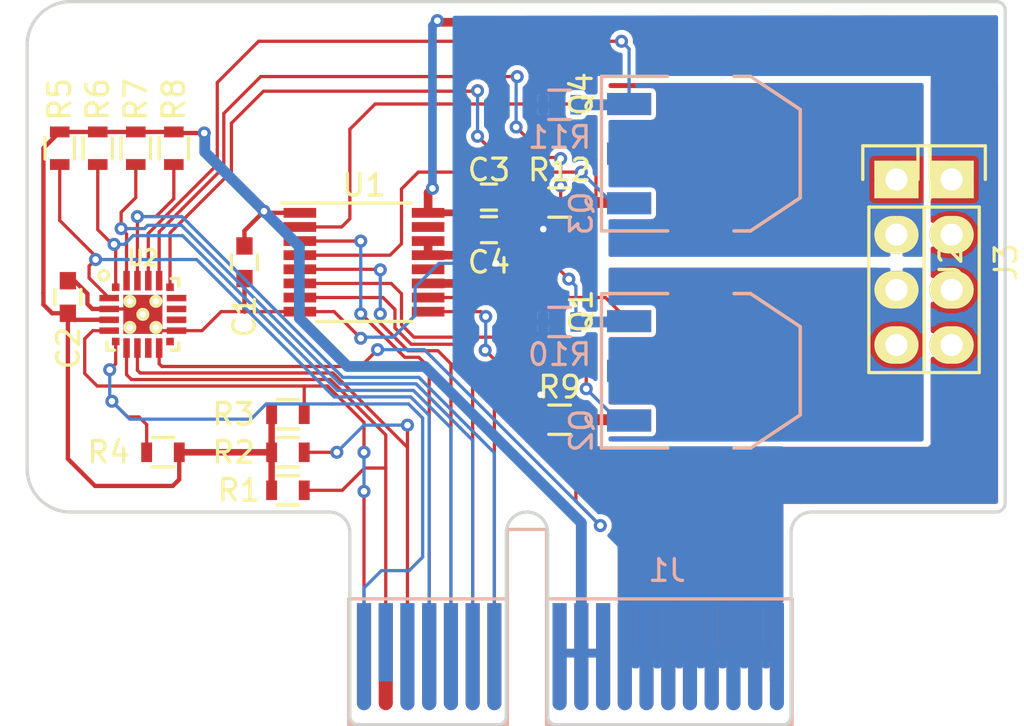
<source format=kicad_pcb>
(kicad_pcb (version 4) (host pcbnew 4.0.2+e4-6225~38~ubuntu14.04.1-stable)

  (general
    (links 131)
    (no_connects 0)
    (area 124.924999 69.924999 170.075001 103.375001)
    (thickness 1.6)
    (drawings 22)
    (tracks 369)
    (zones 0)
    (modules 25)
    (nets 30)
  )

  (page A4)
  (layers
    (0 F.Cu signal)
    (31 B.Cu signal)
    (32 B.Adhes user)
    (33 F.Adhes user)
    (34 B.Paste user)
    (35 F.Paste user)
    (36 B.SilkS user)
    (37 F.SilkS user)
    (38 B.Mask user hide)
    (39 F.Mask user hide)
    (40 Dwgs.User user)
    (41 Cmts.User user)
    (42 Eco1.User user)
    (43 Eco2.User user)
    (44 Edge.Cuts user)
    (45 Margin user)
    (46 B.CrtYd user)
    (47 F.CrtYd user)
    (48 B.Fab user)
    (49 F.Fab user)
  )

  (setup
    (last_trace_width 0.15)
    (user_trace_width 0.2)
    (user_trace_width 0.3)
    (user_trace_width 0.4)
    (user_trace_width 0.5)
    (user_trace_width 1)
    (trace_clearance 0.15)
    (zone_clearance 0.22)
    (zone_45_only yes)
    (trace_min 0.15)
    (segment_width 0.2)
    (edge_width 0.15)
    (via_size 0.6)
    (via_drill 0.3)
    (via_min_size 0.6)
    (via_min_drill 0.3)
    (uvia_size 0.3)
    (uvia_drill 0.1)
    (uvias_allowed no)
    (uvia_min_size 0.2)
    (uvia_min_drill 0.1)
    (pcb_text_width 0.3)
    (pcb_text_size 1.5 1.5)
    (mod_edge_width 0.15)
    (mod_text_size 1 1)
    (mod_text_width 0.15)
    (pad_size 1.524 1.524)
    (pad_drill 0.762)
    (pad_to_mask_clearance 0)
    (aux_axis_origin 0 0)
    (visible_elements FFFEFFFF)
    (pcbplotparams
      (layerselection 0x00030_80000001)
      (usegerberextensions false)
      (excludeedgelayer true)
      (linewidth 0.100000)
      (plotframeref false)
      (viasonmask false)
      (mode 1)
      (useauxorigin false)
      (hpglpennumber 1)
      (hpglpenspeed 20)
      (hpglpendiameter 15)
      (hpglpenoverlay 2)
      (psnegative false)
      (psa4output false)
      (plotreference true)
      (plotvalue true)
      (plotinvisibletext false)
      (padsonsilk false)
      (subtractmaskfromsilk false)
      (outputformat 1)
      (mirror false)
      (drillshape 1)
      (scaleselection 1)
      (outputdirectory ""))
  )

  (net 0 "")
  (net 1 C2D)
  (net 2 GND)
  (net 3 +3V3)
  (net 4 ID2)
  (net 5 ID3)
  (net 6 RESERVED0)
  (net 7 ID0)
  (net 8 ID1)
  (net 9 HT)
  (net 10 +5V)
  (net 11 PX3)
  (net 12 PX4)
  (net 13 SCL)
  (net 14 SDA)
  (net 15 ~MRESET)
  (net 16 PX1)
  (net 17 PX2)
  (net 18 /SN4)
  (net 19 /GN4)
  (net 20 /SN3)
  (net 21 /GN3)
  (net 22 /SN2)
  (net 23 /GN2)
  (net 24 /SN1)
  (net 25 /GN1)
  (net 26 /DN1)
  (net 27 /DN2)
  (net 28 /DN3)
  (net 29 /DN4)

  (net_class Default "This is the default net class."
    (clearance 0.15)
    (trace_width 0.15)
    (via_dia 0.6)
    (via_drill 0.3)
    (uvia_dia 0.3)
    (uvia_drill 0.1)
    (add_net +3V3)
    (add_net +5V)
    (add_net /DN1)
    (add_net /DN2)
    (add_net /DN3)
    (add_net /DN4)
    (add_net /GN1)
    (add_net /GN2)
    (add_net /GN3)
    (add_net /GN4)
    (add_net /SN1)
    (add_net /SN2)
    (add_net /SN3)
    (add_net /SN4)
    (add_net C2D)
    (add_net GND)
    (add_net HT)
    (add_net ID0)
    (add_net ID1)
    (add_net ID2)
    (add_net ID3)
    (add_net PX1)
    (add_net PX2)
    (add_net PX3)
    (add_net PX4)
    (add_net RESERVED0)
    (add_net SCL)
    (add_net SDA)
    (add_net ~MRESET)
  )

  (module Main:PCIEXPRESS-X1 (layer B.Cu) (tedit 575B4175) (tstamp 575B4241)
    (at 150 100 180)
    (path /575CF2BC)
    (fp_text reference J1 (at -4.445 3.81 180) (layer B.SilkS)
      (effects (font (size 1 1) (thickness 0.15)) (justify mirror))
    )
    (fp_text value PCIEXPRESS-X1 (at 6.985 3.81 180) (layer B.Fab) hide
      (effects (font (size 1 1) (thickness 0.15)) (justify mirror))
    )
    (fp_line (start 1.09982 2.49936) (end 1.09982 5.69976) (layer B.SilkS) (width 0.15))
    (fp_line (start 1.09982 5.69976) (end 2.90068 5.69976) (layer B.SilkS) (width 0.15))
    (fp_line (start 2.90068 5.69976) (end 2.90068 2.49936) (layer B.SilkS) (width 0.15))
    (fp_line (start -10.20064 2.49936) (end 1.09982 2.49936) (layer B.SilkS) (width 0.15))
    (fp_line (start 1.09982 2.49936) (end 1.09982 -3.29946) (layer B.SilkS) (width 0.15))
    (fp_line (start 1.09982 -3.29946) (end -10.20064 -3.29946) (layer B.SilkS) (width 0.15))
    (fp_line (start -10.20064 -3.29946) (end -10.20064 2.49936) (layer B.SilkS) (width 0.15))
    (fp_line (start 10.20064 2.49936) (end 2.90068 2.49936) (layer B.SilkS) (width 0.15))
    (fp_line (start 2.90068 -3.29946) (end 10.20064 -3.29946) (layer B.SilkS) (width 0.15))
    (fp_line (start 2.90068 2.49936) (end 2.90068 -3.29946) (layer B.SilkS) (width 0.15))
    (fp_line (start 10.20064 2.49936) (end 10.20064 -3.29946) (layer B.SilkS) (width 0.15))
    (pad B18 connect circle (at 9.4996 -2.30124 180) (size 0.65024 0.65024) (layers B.Cu B.Mask)
      (net 1 C2D))
    (pad B1 connect rect (at -9.4996 0 180) (size 0.65024 4.59994) (layers B.Cu B.Mask)
      (net 2 GND))
    (pad B2 connect rect (at -8.49884 0 180) (size 0.65024 4.59994) (layers B.Cu B.Mask)
      (net 2 GND))
    (pad B3 connect rect (at -7.50062 0 180) (size 0.65024 4.59994) (layers B.Cu B.Mask)
      (net 2 GND))
    (pad B4 connect rect (at -6.49986 0 180) (size 0.65024 4.59994) (layers B.Cu B.Mask)
      (net 2 GND))
    (pad B5 connect rect (at -5.4991 0 180) (size 0.65024 4.59994) (layers B.Cu B.Mask)
      (net 2 GND))
    (pad B6 connect rect (at -4.50088 0 180) (size 0.65024 4.59994) (layers B.Cu B.Mask)
      (net 2 GND))
    (pad B7 connect rect (at -3.50012 0 180) (size 0.65024 4.59994) (layers B.Cu B.Mask)
      (net 2 GND))
    (pad B8 connect rect (at -2.49936 0 180) (size 0.65024 4.59994) (layers B.Cu B.Mask)
      (net 2 GND))
    (pad B9 connect rect (at -1.50114 0 180) (size 0.65024 4.59994) (layers B.Cu B.Mask)
      (net 3 +3V3))
    (pad B10 connect rect (at -0.50038 0 180) (size 0.65024 4.59994) (layers B.Cu B.Mask)
      (net 3 +3V3))
    (pad B11 connect rect (at 0.50038 0 180) (size 0.65024 4.59994) (layers B.Cu B.Mask)
      (net 3 +3V3))
    (pad B14 connect rect (at 5.4991 0 180) (size 0.65024 4.59994) (layers B.Cu B.Mask)
      (net 4 ID2))
    (pad B15 connect rect (at 6.49986 0 180) (size 0.65024 4.59994) (layers B.Cu B.Mask)
      (net 5 ID3))
    (pad B16 connect rect (at 7.50062 0 180) (size 0.65024 4.59994) (layers B.Cu B.Mask)
      (net 6 RESERVED0))
    (pad B17 connect rect (at 8.49884 0.50038 180) (size 0.65024 3.59918) (layers B.Cu B.Mask))
    (pad B18 connect rect (at 9.4996 0 180) (size 0.65024 4.59994) (layers B.Cu B.Mask)
      (net 1 C2D))
    (pad B12 connect rect (at 3.50012 0 180) (size 0.65024 4.59994) (layers B.Cu B.Mask)
      (net 7 ID0))
    (pad B13 connect rect (at 4.50088 0 180) (size 0.65024 4.59994) (layers B.Cu B.Mask)
      (net 8 ID1))
    (pad A1 connect rect (at -9.4996 0.50038 180) (size 0.65024 3.59918) (layers F.Cu F.Mask)
      (net 9 HT))
    (pad A2 connect rect (at -8.49884 0 180) (size 0.65024 4.59994) (layers F.Cu F.Mask)
      (net 9 HT))
    (pad A3 connect rect (at -7.50062 0 180) (size 0.65024 4.59994) (layers F.Cu F.Mask)
      (net 9 HT))
    (pad A4 connect rect (at -6.49986 0 180) (size 0.65024 4.59994) (layers F.Cu F.Mask)
      (net 9 HT))
    (pad A5 connect rect (at -5.4991 0 180) (size 0.65024 4.59994) (layers F.Cu F.Mask)
      (net 9 HT))
    (pad A6 connect rect (at -4.50088 0 180) (size 0.65024 4.59994) (layers F.Cu F.Mask)
      (net 9 HT))
    (pad A7 connect rect (at -3.50012 0 180) (size 0.65024 4.59994) (layers F.Cu F.Mask)
      (net 9 HT))
    (pad A8 connect rect (at -2.49936 0 180) (size 0.65024 4.59994) (layers F.Cu F.Mask)
      (net 9 HT))
    (pad A9 connect rect (at -1.50114 0 180) (size 0.65024 4.59994) (layers F.Cu F.Mask)
      (net 10 +5V))
    (pad A10 connect rect (at -0.50038 0 180) (size 0.65024 4.59994) (layers F.Cu F.Mask)
      (net 10 +5V))
    (pad A11 connect rect (at 0.50038 0 180) (size 0.65024 4.59994) (layers F.Cu F.Mask)
      (net 10 +5V))
    (pad A14 connect rect (at 5.4991 0 180) (size 0.65024 4.59994) (layers F.Cu F.Mask)
      (net 11 PX3))
    (pad A15 connect rect (at 6.49986 0 180) (size 0.65024 4.59994) (layers F.Cu F.Mask)
      (net 12 PX4))
    (pad A16 connect rect (at 7.50062 0 180) (size 0.65024 4.59994) (layers F.Cu F.Mask)
      (net 13 SCL))
    (pad A17 connect rect (at 8.49884 0 180) (size 0.65024 4.59994) (layers F.Cu F.Mask)
      (net 14 SDA))
    (pad A18 connect rect (at 9.4996 0 180) (size 0.65024 4.59994) (layers F.Cu F.Mask)
      (net 15 ~MRESET))
    (pad A12 connect rect (at 3.50012 0 180) (size 0.65024 4.59994) (layers F.Cu F.Mask)
      (net 16 PX1))
    (pad A13 connect rect (at 4.50088 0 180) (size 0.65024 4.59994) (layers F.Cu F.Mask)
      (net 17 PX2))
    (pad B3 connect circle (at -7.50062 -2.30124 180) (size 0.65024 0.65024) (layers B.Cu B.Mask)
      (net 2 GND))
    (pad B4 connect circle (at -6.49986 -2.30124 180) (size 0.65024 0.65024) (layers B.Cu B.Mask)
      (net 2 GND))
    (pad B5 connect circle (at -5.4991 -2.30124 180) (size 0.65024 0.65024) (layers B.Cu B.Mask)
      (net 2 GND))
    (pad B6 connect circle (at -4.50088 -2.30124 180) (size 0.65024 0.65024) (layers B.Cu B.Mask)
      (net 2 GND))
    (pad B7 connect circle (at -3.50012 -2.30124 180) (size 0.65024 0.65024) (layers B.Cu B.Mask)
      (net 2 GND))
    (pad B8 connect circle (at -2.49936 -2.30124 180) (size 0.65024 0.65024) (layers B.Cu B.Mask)
      (net 2 GND))
    (pad B9 connect circle (at -1.50114 -2.30124 180) (size 0.65024 0.65024) (layers B.Cu B.Mask)
      (net 3 +3V3))
    (pad B10 connect circle (at -0.50038 -2.30124 180) (size 0.65024 0.65024) (layers B.Cu B.Mask)
      (net 3 +3V3))
    (pad B11 connect circle (at 0.50038 -2.30124 180) (size 0.65024 0.65024) (layers B.Cu B.Mask)
      (net 3 +3V3))
    (pad B1 connect circle (at -9.4996 -2.30124 180) (size 0.65024 0.65024) (layers B.Cu B.Mask)
      (net 2 GND))
    (pad B12 connect circle (at 3.50012 -2.30124 180) (size 0.65024 0.65024) (layers B.Cu B.Mask)
      (net 7 ID0))
    (pad B13 connect circle (at 4.50088 -2.30124 180) (size 0.65024 0.65024) (layers B.Cu B.Mask)
      (net 8 ID1))
    (pad B14 connect circle (at 5.4991 -2.30124 180) (size 0.65024 0.65024) (layers B.Cu B.Mask)
      (net 4 ID2))
    (pad B15 connect circle (at 6.49986 -2.30124 180) (size 0.65024 0.65024) (layers B.Cu B.Mask)
      (net 5 ID3))
    (pad B16 connect circle (at 7.50062 -2.30124 180) (size 0.65024 0.65024) (layers B.Cu B.Mask)
      (net 6 RESERVED0))
    (pad B2 connect circle (at -8.49884 -2.30124 180) (size 0.65024 0.65024) (layers B.Cu B.Mask)
      (net 2 GND))
    (pad A4 connect oval (at -6.49986 -2.30124 90) (size 0.65024 0.65024) (layers F.Cu F.Mask)
      (net 9 HT))
    (pad A5 connect oval (at -5.4991 -2.30124 90) (size 0.65024 0.65024) (layers F.Cu F.Mask)
      (net 9 HT))
    (pad A6 connect oval (at -4.50088 -2.30124 90) (size 0.65024 0.65024) (layers F.Cu F.Mask)
      (net 9 HT))
    (pad A7 connect oval (at -3.50012 -2.30124 90) (size 0.65024 0.65024) (layers F.Cu F.Mask)
      (net 9 HT))
    (pad A8 connect oval (at -2.49936 -2.30124 90) (size 0.65024 0.65024) (layers F.Cu F.Mask)
      (net 9 HT))
    (pad A9 connect oval (at -1.50114 -2.30124 90) (size 0.65024 0.65024) (layers F.Cu F.Mask)
      (net 10 +5V))
    (pad A10 connect oval (at -0.50038 -2.30124 90) (size 0.65024 0.65024) (layers F.Cu F.Mask)
      (net 10 +5V))
    (pad A14 connect oval (at 5.4991 -2.30124 90) (size 0.65024 0.65024) (layers F.Cu F.Mask)
      (net 11 PX3))
    (pad A15 connect oval (at 6.49986 -2.30124 90) (size 0.65024 0.65024) (layers F.Cu F.Mask)
      (net 12 PX4))
    (pad A3 connect oval (at -7.50062 -2.30124 90) (size 0.65024 0.65024) (layers F.Cu F.Mask)
      (net 9 HT))
    (pad A13 connect oval (at 4.50088 -2.30124 90) (size 0.65024 0.65024) (layers F.Cu F.Mask)
      (net 17 PX2))
    (pad A16 connect oval (at 7.50062 -2.30124 90) (size 0.65024 0.65024) (layers F.Cu F.Mask)
      (net 13 SCL))
    (pad A11 connect oval (at 0.50038 -2.30124 90) (size 0.65024 0.65024) (layers F.Cu F.Mask)
      (net 10 +5V))
    (pad A12 connect oval (at 3.50012 -2.30124 90) (size 0.65024 0.65024) (layers F.Cu F.Mask)
      (net 16 PX1))
    (pad A17 connect oval (at 8.49884 -2.30124 90) (size 0.65024 0.65024) (layers F.Cu F.Mask)
      (net 14 SDA))
    (pad A18 connect oval (at 9.4996 -2.30124 90) (size 0.65024 0.65024) (layers F.Cu F.Mask)
      (net 15 ~MRESET))
    (pad A2 connect oval (at -8.49884 -2.30124 90) (size 0.65024 0.65024) (layers F.Cu F.Mask)
      (net 9 HT))
  )

  (module TO_SOT_Packages_SMD:SOT-223 (layer F.Cu) (tedit 577302A8) (tstamp 5772DC4D)
    (at 156 87 270)
    (descr "module CMS SOT223 4 pins")
    (tags "CMS SOT")
    (path /5772D96F)
    (zone_connect 2)
    (attr smd)
    (fp_text reference Q1 (at -2.75 5.5 270) (layer F.SilkS)
      (effects (font (size 1 1) (thickness 0.15)))
    )
    (fp_text value Q_NMOS_GDSD (at 0 0.762 270) (layer F.Fab)
      (effects (font (size 1 1) (thickness 0.15)))
    )
    (fp_line (start -3.556 1.524) (end -3.556 4.572) (layer F.SilkS) (width 0.15))
    (fp_line (start -3.556 4.572) (end 3.556 4.572) (layer F.SilkS) (width 0.15))
    (fp_line (start 3.556 4.572) (end 3.556 1.524) (layer F.SilkS) (width 0.15))
    (fp_line (start -3.556 -1.524) (end -3.556 -2.286) (layer F.SilkS) (width 0.15))
    (fp_line (start -3.556 -2.286) (end -2.032 -4.572) (layer F.SilkS) (width 0.15))
    (fp_line (start -2.032 -4.572) (end 2.032 -4.572) (layer F.SilkS) (width 0.15))
    (fp_line (start 2.032 -4.572) (end 3.556 -2.286) (layer F.SilkS) (width 0.15))
    (fp_line (start 3.556 -2.286) (end 3.556 -1.524) (layer F.SilkS) (width 0.15))
    (pad 4 smd rect (at 0 -3.302 270) (size 3.6576 2.032) (layers F.Cu F.Paste F.Mask)
      (net 29 /DN4) (zone_connect 2))
    (pad 2 smd rect (at 0 3.302 270) (size 1.016 2.032) (layers F.Cu F.Paste F.Mask)
      (net 29 /DN4) (zone_connect 2))
    (pad 3 smd rect (at 2.286 3.302 270) (size 1.016 2.032) (layers F.Cu F.Paste F.Mask)
      (net 18 /SN4) (zone_connect 2))
    (pad 1 smd rect (at -2.286 3.302 270) (size 1.016 2.032) (layers F.Cu F.Paste F.Mask)
      (net 19 /GN4) (zone_connect 2))
    (model TO_SOT_Packages_SMD.3dshapes/SOT-223.wrl
      (at (xyz 0 0 0))
      (scale (xyz 0.4 0.4 0.4))
      (rotate (xyz 0 0 0))
    )
  )

  (module TO_SOT_Packages_SMD:SOT-223 (layer B.Cu) (tedit 577302A5) (tstamp 5772DC5D)
    (at 156 87 90)
    (descr "module CMS SOT223 4 pins")
    (tags "CMS SOT")
    (path /5772DEA3)
    (zone_connect 2)
    (attr smd)
    (fp_text reference Q2 (at -2.75 -5.5 90) (layer B.SilkS)
      (effects (font (size 1 1) (thickness 0.15)) (justify mirror))
    )
    (fp_text value Q_NMOS_GDSD (at 0 -0.762 90) (layer B.Fab)
      (effects (font (size 1 1) (thickness 0.15)) (justify mirror))
    )
    (fp_line (start -3.556 -1.524) (end -3.556 -4.572) (layer B.SilkS) (width 0.15))
    (fp_line (start -3.556 -4.572) (end 3.556 -4.572) (layer B.SilkS) (width 0.15))
    (fp_line (start 3.556 -4.572) (end 3.556 -1.524) (layer B.SilkS) (width 0.15))
    (fp_line (start -3.556 1.524) (end -3.556 2.286) (layer B.SilkS) (width 0.15))
    (fp_line (start -3.556 2.286) (end -2.032 4.572) (layer B.SilkS) (width 0.15))
    (fp_line (start -2.032 4.572) (end 2.032 4.572) (layer B.SilkS) (width 0.15))
    (fp_line (start 2.032 4.572) (end 3.556 2.286) (layer B.SilkS) (width 0.15))
    (fp_line (start 3.556 2.286) (end 3.556 1.524) (layer B.SilkS) (width 0.15))
    (pad 4 smd rect (at 0 3.302 90) (size 3.6576 2.032) (layers B.Cu B.Paste B.Mask)
      (net 28 /DN3) (zone_connect 2))
    (pad 2 smd rect (at 0 -3.302 90) (size 1.016 2.032) (layers B.Cu B.Paste B.Mask)
      (net 28 /DN3) (zone_connect 2))
    (pad 3 smd rect (at 2.286 -3.302 90) (size 1.016 2.032) (layers B.Cu B.Paste B.Mask)
      (net 20 /SN3) (zone_connect 2))
    (pad 1 smd rect (at -2.286 -3.302 90) (size 1.016 2.032) (layers B.Cu B.Paste B.Mask)
      (net 21 /GN3) (zone_connect 2))
    (model TO_SOT_Packages_SMD.3dshapes/SOT-223.wrl
      (at (xyz 0 0 0))
      (scale (xyz 0.4 0.4 0.4))
      (rotate (xyz 0 0 0))
    )
  )

  (module TO_SOT_Packages_SMD:SOT-223 (layer B.Cu) (tedit 577302A3) (tstamp 5772DC6D)
    (at 156 77 90)
    (descr "module CMS SOT223 4 pins")
    (tags "CMS SOT")
    (path /5772DF33)
    (zone_connect 2)
    (attr smd)
    (fp_text reference Q3 (at -2.75 -5.5 90) (layer B.SilkS)
      (effects (font (size 1 1) (thickness 0.15)) (justify mirror))
    )
    (fp_text value Q_NMOS_GDSD (at 0 -0.762 90) (layer B.Fab)
      (effects (font (size 1 1) (thickness 0.15)) (justify mirror))
    )
    (fp_line (start -3.556 -1.524) (end -3.556 -4.572) (layer B.SilkS) (width 0.15))
    (fp_line (start -3.556 -4.572) (end 3.556 -4.572) (layer B.SilkS) (width 0.15))
    (fp_line (start 3.556 -4.572) (end 3.556 -1.524) (layer B.SilkS) (width 0.15))
    (fp_line (start -3.556 1.524) (end -3.556 2.286) (layer B.SilkS) (width 0.15))
    (fp_line (start -3.556 2.286) (end -2.032 4.572) (layer B.SilkS) (width 0.15))
    (fp_line (start -2.032 4.572) (end 2.032 4.572) (layer B.SilkS) (width 0.15))
    (fp_line (start 2.032 4.572) (end 3.556 2.286) (layer B.SilkS) (width 0.15))
    (fp_line (start 3.556 2.286) (end 3.556 1.524) (layer B.SilkS) (width 0.15))
    (pad 4 smd rect (at 0 3.302 90) (size 3.6576 2.032) (layers B.Cu B.Paste B.Mask)
      (net 27 /DN2) (zone_connect 2))
    (pad 2 smd rect (at 0 -3.302 90) (size 1.016 2.032) (layers B.Cu B.Paste B.Mask)
      (net 27 /DN2) (zone_connect 2))
    (pad 3 smd rect (at 2.286 -3.302 90) (size 1.016 2.032) (layers B.Cu B.Paste B.Mask)
      (net 22 /SN2) (zone_connect 2))
    (pad 1 smd rect (at -2.286 -3.302 90) (size 1.016 2.032) (layers B.Cu B.Paste B.Mask)
      (net 23 /GN2) (zone_connect 2))
    (model TO_SOT_Packages_SMD.3dshapes/SOT-223.wrl
      (at (xyz 0 0 0))
      (scale (xyz 0.4 0.4 0.4))
      (rotate (xyz 0 0 0))
    )
  )

  (module TO_SOT_Packages_SMD:SOT-223 (layer F.Cu) (tedit 577302AB) (tstamp 5772DC7D)
    (at 156 77 270)
    (descr "module CMS SOT223 4 pins")
    (tags "CMS SOT")
    (path /5772DF9C)
    (zone_connect 2)
    (attr smd)
    (fp_text reference Q4 (at -2.75 5.5 270) (layer F.SilkS)
      (effects (font (size 1 1) (thickness 0.15)))
    )
    (fp_text value Q_NMOS_GDSD (at 0 0.762 270) (layer F.Fab)
      (effects (font (size 1 1) (thickness 0.15)))
    )
    (fp_line (start -3.556 1.524) (end -3.556 4.572) (layer F.SilkS) (width 0.15))
    (fp_line (start -3.556 4.572) (end 3.556 4.572) (layer F.SilkS) (width 0.15))
    (fp_line (start 3.556 4.572) (end 3.556 1.524) (layer F.SilkS) (width 0.15))
    (fp_line (start -3.556 -1.524) (end -3.556 -2.286) (layer F.SilkS) (width 0.15))
    (fp_line (start -3.556 -2.286) (end -2.032 -4.572) (layer F.SilkS) (width 0.15))
    (fp_line (start -2.032 -4.572) (end 2.032 -4.572) (layer F.SilkS) (width 0.15))
    (fp_line (start 2.032 -4.572) (end 3.556 -2.286) (layer F.SilkS) (width 0.15))
    (fp_line (start 3.556 -2.286) (end 3.556 -1.524) (layer F.SilkS) (width 0.15))
    (pad 4 smd rect (at 0 -3.302 270) (size 3.6576 2.032) (layers F.Cu F.Paste F.Mask)
      (net 26 /DN1) (zone_connect 2))
    (pad 2 smd rect (at 0 3.302 270) (size 1.016 2.032) (layers F.Cu F.Paste F.Mask)
      (net 26 /DN1) (zone_connect 2))
    (pad 3 smd rect (at 2.286 3.302 270) (size 1.016 2.032) (layers F.Cu F.Paste F.Mask)
      (net 24 /SN1) (zone_connect 2))
    (pad 1 smd rect (at -2.286 3.302 270) (size 1.016 2.032) (layers F.Cu F.Paste F.Mask)
      (net 25 /GN1) (zone_connect 2))
    (model TO_SOT_Packages_SMD.3dshapes/SOT-223.wrl
      (at (xyz 0 0 0))
      (scale (xyz 0.4 0.4 0.4))
      (rotate (xyz 0 0 0))
    )
  )

  (module Resistors_SMD:R_0603 (layer F.Cu) (tedit 57730F0D) (tstamp 5772DC89)
    (at 137 92.5)
    (descr "Resistor SMD 0603, reflow soldering, Vishay (see dcrcw.pdf)")
    (tags "resistor 0603")
    (path /576ADFC2)
    (attr smd)
    (fp_text reference R1 (at -2.25 0) (layer F.SilkS)
      (effects (font (size 1 1) (thickness 0.15)))
    )
    (fp_text value 10k (at 0 1.9) (layer F.Fab)
      (effects (font (size 1 1) (thickness 0.15)))
    )
    (fp_line (start -1.3 -0.8) (end 1.3 -0.8) (layer F.CrtYd) (width 0.05))
    (fp_line (start -1.3 0.8) (end 1.3 0.8) (layer F.CrtYd) (width 0.05))
    (fp_line (start -1.3 -0.8) (end -1.3 0.8) (layer F.CrtYd) (width 0.05))
    (fp_line (start 1.3 -0.8) (end 1.3 0.8) (layer F.CrtYd) (width 0.05))
    (fp_line (start 0.5 0.675) (end -0.5 0.675) (layer F.SilkS) (width 0.15))
    (fp_line (start -0.5 -0.675) (end 0.5 -0.675) (layer F.SilkS) (width 0.15))
    (pad 1 smd rect (at -0.75 0) (size 0.5 0.9) (layers F.Cu F.Paste F.Mask)
      (net 3 +3V3))
    (pad 2 smd rect (at 0.75 0) (size 0.5 0.9) (layers F.Cu F.Paste F.Mask)
      (net 14 SDA))
    (model Resistors_SMD.3dshapes/R_0603.wrl
      (at (xyz 0 0 0))
      (scale (xyz 1 1 1))
      (rotate (xyz 0 0 0))
    )
  )

  (module Resistors_SMD:R_0603 (layer F.Cu) (tedit 57730F18) (tstamp 5772DC95)
    (at 137 90.75)
    (descr "Resistor SMD 0603, reflow soldering, Vishay (see dcrcw.pdf)")
    (tags "resistor 0603")
    (path /576ADECE)
    (attr smd)
    (fp_text reference R2 (at -2.5 0) (layer F.SilkS)
      (effects (font (size 1 1) (thickness 0.15)))
    )
    (fp_text value 10k (at 0 1.9) (layer F.Fab)
      (effects (font (size 1 1) (thickness 0.15)))
    )
    (fp_line (start -1.3 -0.8) (end 1.3 -0.8) (layer F.CrtYd) (width 0.05))
    (fp_line (start -1.3 0.8) (end 1.3 0.8) (layer F.CrtYd) (width 0.05))
    (fp_line (start -1.3 -0.8) (end -1.3 0.8) (layer F.CrtYd) (width 0.05))
    (fp_line (start 1.3 -0.8) (end 1.3 0.8) (layer F.CrtYd) (width 0.05))
    (fp_line (start 0.5 0.675) (end -0.5 0.675) (layer F.SilkS) (width 0.15))
    (fp_line (start -0.5 -0.675) (end 0.5 -0.675) (layer F.SilkS) (width 0.15))
    (pad 1 smd rect (at -0.75 0) (size 0.5 0.9) (layers F.Cu F.Paste F.Mask)
      (net 3 +3V3))
    (pad 2 smd rect (at 0.75 0) (size 0.5 0.9) (layers F.Cu F.Paste F.Mask)
      (net 13 SCL))
    (model Resistors_SMD.3dshapes/R_0603.wrl
      (at (xyz 0 0 0))
      (scale (xyz 1 1 1))
      (rotate (xyz 0 0 0))
    )
  )

  (module Resistors_SMD:R_0603 (layer F.Cu) (tedit 57730F29) (tstamp 5772DCA1)
    (at 137 89)
    (descr "Resistor SMD 0603, reflow soldering, Vishay (see dcrcw.pdf)")
    (tags "resistor 0603")
    (path /5772D22B)
    (attr smd)
    (fp_text reference R3 (at -2.5 0) (layer F.SilkS)
      (effects (font (size 1 1) (thickness 0.15)))
    )
    (fp_text value 10k (at 0 1.9) (layer F.Fab)
      (effects (font (size 1 1) (thickness 0.15)))
    )
    (fp_line (start -1.3 -0.8) (end 1.3 -0.8) (layer F.CrtYd) (width 0.05))
    (fp_line (start -1.3 0.8) (end 1.3 0.8) (layer F.CrtYd) (width 0.05))
    (fp_line (start -1.3 -0.8) (end -1.3 0.8) (layer F.CrtYd) (width 0.05))
    (fp_line (start 1.3 -0.8) (end 1.3 0.8) (layer F.CrtYd) (width 0.05))
    (fp_line (start 0.5 0.675) (end -0.5 0.675) (layer F.SilkS) (width 0.15))
    (fp_line (start -0.5 -0.675) (end 0.5 -0.675) (layer F.SilkS) (width 0.15))
    (pad 1 smd rect (at -0.75 0) (size 0.5 0.9) (layers F.Cu F.Paste F.Mask)
      (net 3 +3V3))
    (pad 2 smd rect (at 0.75 0) (size 0.5 0.9) (layers F.Cu F.Paste F.Mask)
      (net 15 ~MRESET))
    (model Resistors_SMD.3dshapes/R_0603.wrl
      (at (xyz 0 0 0))
      (scale (xyz 1 1 1))
      (rotate (xyz 0 0 0))
    )
  )

  (module Resistors_SMD:R_0603 (layer F.Cu) (tedit 5773106B) (tstamp 5772DCAD)
    (at 131.25 90.75 180)
    (descr "Resistor SMD 0603, reflow soldering, Vishay (see dcrcw.pdf)")
    (tags "resistor 0603")
    (path /576AD847)
    (attr smd)
    (fp_text reference R4 (at 2.5 0 180) (layer F.SilkS)
      (effects (font (size 1 1) (thickness 0.15)))
    )
    (fp_text value 10k (at 0 1.9 180) (layer F.Fab)
      (effects (font (size 1 1) (thickness 0.15)))
    )
    (fp_line (start -1.3 -0.8) (end 1.3 -0.8) (layer F.CrtYd) (width 0.05))
    (fp_line (start -1.3 0.8) (end 1.3 0.8) (layer F.CrtYd) (width 0.05))
    (fp_line (start -1.3 -0.8) (end -1.3 0.8) (layer F.CrtYd) (width 0.05))
    (fp_line (start 1.3 -0.8) (end 1.3 0.8) (layer F.CrtYd) (width 0.05))
    (fp_line (start 0.5 0.675) (end -0.5 0.675) (layer F.SilkS) (width 0.15))
    (fp_line (start -0.5 -0.675) (end 0.5 -0.675) (layer F.SilkS) (width 0.15))
    (pad 1 smd rect (at -0.75 0 180) (size 0.5 0.9) (layers F.Cu F.Paste F.Mask)
      (net 3 +3V3))
    (pad 2 smd rect (at 0.75 0 180) (size 0.5 0.9) (layers F.Cu F.Paste F.Mask)
      (net 1 C2D))
    (model Resistors_SMD.3dshapes/R_0603.wrl
      (at (xyz 0 0 0))
      (scale (xyz 1 1 1))
      (rotate (xyz 0 0 0))
    )
  )

  (module Resistors_SMD:R_0603 (layer F.Cu) (tedit 57731025) (tstamp 5772DCB9)
    (at 126.5 76.75 270)
    (descr "Resistor SMD 0603, reflow soldering, Vishay (see dcrcw.pdf)")
    (tags "resistor 0603")
    (path /576AD9B9)
    (attr smd)
    (fp_text reference R5 (at -2.25 0 270) (layer F.SilkS)
      (effects (font (size 1 1) (thickness 0.15)))
    )
    (fp_text value 10k (at 0 1.9 270) (layer F.Fab)
      (effects (font (size 1 1) (thickness 0.15)))
    )
    (fp_line (start -1.3 -0.8) (end 1.3 -0.8) (layer F.CrtYd) (width 0.05))
    (fp_line (start -1.3 0.8) (end 1.3 0.8) (layer F.CrtYd) (width 0.05))
    (fp_line (start -1.3 -0.8) (end -1.3 0.8) (layer F.CrtYd) (width 0.05))
    (fp_line (start 1.3 -0.8) (end 1.3 0.8) (layer F.CrtYd) (width 0.05))
    (fp_line (start 0.5 0.675) (end -0.5 0.675) (layer F.SilkS) (width 0.15))
    (fp_line (start -0.5 -0.675) (end 0.5 -0.675) (layer F.SilkS) (width 0.15))
    (pad 1 smd rect (at -0.75 0 270) (size 0.5 0.9) (layers F.Cu F.Paste F.Mask)
      (net 3 +3V3))
    (pad 2 smd rect (at 0.75 0 270) (size 0.5 0.9) (layers F.Cu F.Paste F.Mask)
      (net 5 ID3))
    (model Resistors_SMD.3dshapes/R_0603.wrl
      (at (xyz 0 0 0))
      (scale (xyz 1 1 1))
      (rotate (xyz 0 0 0))
    )
  )

  (module Resistors_SMD:R_0603 (layer F.Cu) (tedit 5773100E) (tstamp 5772DCC5)
    (at 128.25 76.75 270)
    (descr "Resistor SMD 0603, reflow soldering, Vishay (see dcrcw.pdf)")
    (tags "resistor 0603")
    (path /576ADA01)
    (attr smd)
    (fp_text reference R6 (at -2.25 0 270) (layer F.SilkS)
      (effects (font (size 1 1) (thickness 0.15)))
    )
    (fp_text value 10k (at 0 1.9 270) (layer F.Fab)
      (effects (font (size 1 1) (thickness 0.15)))
    )
    (fp_line (start -1.3 -0.8) (end 1.3 -0.8) (layer F.CrtYd) (width 0.05))
    (fp_line (start -1.3 0.8) (end 1.3 0.8) (layer F.CrtYd) (width 0.05))
    (fp_line (start -1.3 -0.8) (end -1.3 0.8) (layer F.CrtYd) (width 0.05))
    (fp_line (start 1.3 -0.8) (end 1.3 0.8) (layer F.CrtYd) (width 0.05))
    (fp_line (start 0.5 0.675) (end -0.5 0.675) (layer F.SilkS) (width 0.15))
    (fp_line (start -0.5 -0.675) (end 0.5 -0.675) (layer F.SilkS) (width 0.15))
    (pad 1 smd rect (at -0.75 0 270) (size 0.5 0.9) (layers F.Cu F.Paste F.Mask)
      (net 3 +3V3))
    (pad 2 smd rect (at 0.75 0 270) (size 0.5 0.9) (layers F.Cu F.Paste F.Mask)
      (net 4 ID2))
    (model Resistors_SMD.3dshapes/R_0603.wrl
      (at (xyz 0 0 0))
      (scale (xyz 1 1 1))
      (rotate (xyz 0 0 0))
    )
  )

  (module Resistors_SMD:R_0603 (layer F.Cu) (tedit 57730FF9) (tstamp 5772DCD1)
    (at 130 76.75 270)
    (descr "Resistor SMD 0603, reflow soldering, Vishay (see dcrcw.pdf)")
    (tags "resistor 0603")
    (path /576ADA54)
    (attr smd)
    (fp_text reference R7 (at -2.25 0 270) (layer F.SilkS)
      (effects (font (size 1 1) (thickness 0.15)))
    )
    (fp_text value 10k (at 0 1.9 270) (layer F.Fab)
      (effects (font (size 1 1) (thickness 0.15)))
    )
    (fp_line (start -1.3 -0.8) (end 1.3 -0.8) (layer F.CrtYd) (width 0.05))
    (fp_line (start -1.3 0.8) (end 1.3 0.8) (layer F.CrtYd) (width 0.05))
    (fp_line (start -1.3 -0.8) (end -1.3 0.8) (layer F.CrtYd) (width 0.05))
    (fp_line (start 1.3 -0.8) (end 1.3 0.8) (layer F.CrtYd) (width 0.05))
    (fp_line (start 0.5 0.675) (end -0.5 0.675) (layer F.SilkS) (width 0.15))
    (fp_line (start -0.5 -0.675) (end 0.5 -0.675) (layer F.SilkS) (width 0.15))
    (pad 1 smd rect (at -0.75 0 270) (size 0.5 0.9) (layers F.Cu F.Paste F.Mask)
      (net 3 +3V3))
    (pad 2 smd rect (at 0.75 0 270) (size 0.5 0.9) (layers F.Cu F.Paste F.Mask)
      (net 8 ID1))
    (model Resistors_SMD.3dshapes/R_0603.wrl
      (at (xyz 0 0 0))
      (scale (xyz 1 1 1))
      (rotate (xyz 0 0 0))
    )
  )

  (module Resistors_SMD:R_0603 (layer F.Cu) (tedit 57730FE9) (tstamp 5772DCDD)
    (at 131.75 76.75 270)
    (descr "Resistor SMD 0603, reflow soldering, Vishay (see dcrcw.pdf)")
    (tags "resistor 0603")
    (path /576ADA9C)
    (attr smd)
    (fp_text reference R8 (at -2.25 0 270) (layer F.SilkS)
      (effects (font (size 1 1) (thickness 0.15)))
    )
    (fp_text value 10k (at 0 1.9 270) (layer F.Fab)
      (effects (font (size 1 1) (thickness 0.15)))
    )
    (fp_line (start -1.3 -0.8) (end 1.3 -0.8) (layer F.CrtYd) (width 0.05))
    (fp_line (start -1.3 0.8) (end 1.3 0.8) (layer F.CrtYd) (width 0.05))
    (fp_line (start -1.3 -0.8) (end -1.3 0.8) (layer F.CrtYd) (width 0.05))
    (fp_line (start 1.3 -0.8) (end 1.3 0.8) (layer F.CrtYd) (width 0.05))
    (fp_line (start 0.5 0.675) (end -0.5 0.675) (layer F.SilkS) (width 0.15))
    (fp_line (start -0.5 -0.675) (end 0.5 -0.675) (layer F.SilkS) (width 0.15))
    (pad 1 smd rect (at -0.75 0 270) (size 0.5 0.9) (layers F.Cu F.Paste F.Mask)
      (net 3 +3V3))
    (pad 2 smd rect (at 0.75 0 270) (size 0.5 0.9) (layers F.Cu F.Paste F.Mask)
      (net 7 ID0))
    (model Resistors_SMD.3dshapes/R_0603.wrl
      (at (xyz 0 0 0))
      (scale (xyz 1 1 1))
      (rotate (xyz 0 0 0))
    )
  )

  (module Main:SOP65P500X440X120-16 (layer F.Cu) (tedit 5772D4FA) (tstamp 5772DCF7)
    (at 140.5 82)
    (descr "16-Lead Plastic Thin Shrink Small Outline (ST)-4.4 mm Body [TSSOP] (see Microchip Packaging Specification 00000049BS.pdf)")
    (tags "SSOP 0.65")
    (path /5772D7E8)
    (attr smd)
    (fp_text reference U1 (at 0 -3.55) (layer F.SilkS)
      (effects (font (size 1 1) (thickness 0.15)))
    )
    (fp_text value MC14504B-TSSOP (at 0 0) (layer F.Fab) hide
      (effects (font (size 0.15 0.15) (thickness 0.03175)))
    )
    (fp_line (start -3.95 -2.8) (end -3.95 2.8) (layer F.CrtYd) (width 0.05))
    (fp_line (start 3.95 -2.8) (end 3.95 2.8) (layer F.CrtYd) (width 0.05))
    (fp_line (start -3.95 -2.8) (end 3.95 -2.8) (layer F.CrtYd) (width 0.05))
    (fp_line (start -3.95 2.8) (end 3.95 2.8) (layer F.CrtYd) (width 0.05))
    (fp_line (start -2.2 2.725) (end 2.2 2.725) (layer F.SilkS) (width 0.15))
    (fp_line (start -3.775 -2.725) (end 2.2 -2.725) (layer F.SilkS) (width 0.15))
    (pad 1 smd rect (at -2.95 -2.275) (size 1.5 0.45) (layers F.Cu F.Paste F.Mask)
      (net 3 +3V3))
    (pad 2 smd rect (at -2.95 -1.625) (size 1.5 0.45) (layers F.Cu F.Paste F.Mask)
      (net 25 /GN1))
    (pad 3 smd rect (at -2.95 -0.975) (size 1.5 0.45) (layers F.Cu F.Paste F.Mask)
      (net 12 PX4))
    (pad 4 smd rect (at -2.95 -0.325) (size 1.5 0.45) (layers F.Cu F.Paste F.Mask)
      (net 23 /GN2))
    (pad 5 smd rect (at -2.95 0.325) (size 1.5 0.45) (layers F.Cu F.Paste F.Mask)
      (net 11 PX3))
    (pad 6 smd rect (at -2.95 0.975) (size 1.5 0.45) (layers F.Cu F.Paste F.Mask)
      (net 21 /GN3))
    (pad 7 smd rect (at -2.95 1.625) (size 1.5 0.45) (layers F.Cu F.Paste F.Mask)
      (net 17 PX2))
    (pad 8 smd rect (at -2.95 2.275) (size 1.5 0.45) (layers F.Cu F.Paste F.Mask)
      (net 2 GND))
    (pad 9 smd rect (at 2.95 2.275) (size 1.5 0.45) (layers F.Cu F.Paste F.Mask)
      (net 16 PX1))
    (pad 10 smd rect (at 2.95 1.625) (size 1.5 0.45) (layers F.Cu F.Paste F.Mask)
      (net 19 /GN4))
    (pad 11 smd rect (at 2.95 0.975) (size 1.5 0.45) (layers F.Cu F.Paste F.Mask)
      (net 2 GND))
    (pad 12 smd rect (at 2.95 0.325) (size 1.5 0.45) (layers F.Cu F.Paste F.Mask))
    (pad 13 smd rect (at 2.95 -0.325) (size 1.5 0.45) (layers F.Cu F.Paste F.Mask)
      (net 2 GND))
    (pad 14 smd rect (at 2.95 -0.975) (size 1.5 0.45) (layers F.Cu F.Paste F.Mask)
      (net 2 GND))
    (pad 15 smd rect (at 2.95 -1.625) (size 1.5 0.45) (layers F.Cu F.Paste F.Mask))
    (pad 16 smd rect (at 2.95 -2.275) (size 1.5 0.45) (layers F.Cu F.Paste F.Mask)
      (net 9 HT))
    (model Housings_SSOP.3dshapes/TSSOP-16_4.4x5mm_Pitch0.65mm.wrl
      (at (xyz 0 0 0))
      (scale (xyz 1 1 1))
      (rotate (xyz 0 0 0))
    )
  )

  (module Capacitors_SMD:C_0603 (layer F.Cu) (tedit 57731599) (tstamp 57730003)
    (at 135 82 270)
    (descr "Capacitor SMD 0603, reflow soldering, AVX (see smccp.pdf)")
    (tags "capacitor 0603")
    (path /5773325D)
    (attr smd)
    (fp_text reference C1 (at 2.5 0 270) (layer F.SilkS)
      (effects (font (size 1 1) (thickness 0.15)))
    )
    (fp_text value 0.1uF (at 0 1.9 270) (layer F.Fab)
      (effects (font (size 1 1) (thickness 0.15)))
    )
    (fp_line (start -1.45 -0.75) (end 1.45 -0.75) (layer F.CrtYd) (width 0.05))
    (fp_line (start -1.45 0.75) (end 1.45 0.75) (layer F.CrtYd) (width 0.05))
    (fp_line (start -1.45 -0.75) (end -1.45 0.75) (layer F.CrtYd) (width 0.05))
    (fp_line (start 1.45 -0.75) (end 1.45 0.75) (layer F.CrtYd) (width 0.05))
    (fp_line (start -0.35 -0.6) (end 0.35 -0.6) (layer F.SilkS) (width 0.15))
    (fp_line (start 0.35 0.6) (end -0.35 0.6) (layer F.SilkS) (width 0.15))
    (pad 1 smd rect (at -0.75 0 270) (size 0.8 0.75) (layers F.Cu F.Paste F.Mask)
      (net 3 +3V3))
    (pad 2 smd rect (at 0.75 0 270) (size 0.8 0.75) (layers F.Cu F.Paste F.Mask)
      (net 2 GND))
    (model Capacitors_SMD.3dshapes/C_0603.wrl
      (at (xyz 0 0 0))
      (scale (xyz 1 1 1))
      (rotate (xyz 0 0 0))
    )
  )

  (module Capacitors_SMD:C_0603 (layer F.Cu) (tedit 57731582) (tstamp 5773000F)
    (at 126.875 83.6 90)
    (descr "Capacitor SMD 0603, reflow soldering, AVX (see smccp.pdf)")
    (tags "capacitor 0603")
    (path /57735B4F)
    (attr smd)
    (fp_text reference C2 (at -2.35 0.025 90) (layer F.SilkS)
      (effects (font (size 1 1) (thickness 0.15)))
    )
    (fp_text value 0.1uF (at 0 1.9 90) (layer F.Fab)
      (effects (font (size 1 1) (thickness 0.15)))
    )
    (fp_line (start -1.45 -0.75) (end 1.45 -0.75) (layer F.CrtYd) (width 0.05))
    (fp_line (start -1.45 0.75) (end 1.45 0.75) (layer F.CrtYd) (width 0.05))
    (fp_line (start -1.45 -0.75) (end -1.45 0.75) (layer F.CrtYd) (width 0.05))
    (fp_line (start 1.45 -0.75) (end 1.45 0.75) (layer F.CrtYd) (width 0.05))
    (fp_line (start -0.35 -0.6) (end 0.35 -0.6) (layer F.SilkS) (width 0.15))
    (fp_line (start 0.35 0.6) (end -0.35 0.6) (layer F.SilkS) (width 0.15))
    (pad 1 smd rect (at -0.75 0 90) (size 0.8 0.75) (layers F.Cu F.Paste F.Mask)
      (net 3 +3V3))
    (pad 2 smd rect (at 0.75 0 90) (size 0.8 0.75) (layers F.Cu F.Paste F.Mask)
      (net 2 GND))
    (model Capacitors_SMD.3dshapes/C_0603.wrl
      (at (xyz 0 0 0))
      (scale (xyz 1 1 1))
      (rotate (xyz 0 0 0))
    )
  )

  (module Capacitors_SMD:C_0603 (layer F.Cu) (tedit 577309F1) (tstamp 5773001B)
    (at 146.25 79)
    (descr "Capacitor SMD 0603, reflow soldering, AVX (see smccp.pdf)")
    (tags "capacitor 0603")
    (path /57733675)
    (attr smd)
    (fp_text reference C3 (at 0 -1.25) (layer F.SilkS)
      (effects (font (size 1 1) (thickness 0.15)))
    )
    (fp_text value 0.1uF (at 0 1.9) (layer F.Fab)
      (effects (font (size 1 1) (thickness 0.15)))
    )
    (fp_line (start -1.45 -0.75) (end 1.45 -0.75) (layer F.CrtYd) (width 0.05))
    (fp_line (start -1.45 0.75) (end 1.45 0.75) (layer F.CrtYd) (width 0.05))
    (fp_line (start -1.45 -0.75) (end -1.45 0.75) (layer F.CrtYd) (width 0.05))
    (fp_line (start 1.45 -0.75) (end 1.45 0.75) (layer F.CrtYd) (width 0.05))
    (fp_line (start -0.35 -0.6) (end 0.35 -0.6) (layer F.SilkS) (width 0.15))
    (fp_line (start 0.35 0.6) (end -0.35 0.6) (layer F.SilkS) (width 0.15))
    (pad 1 smd rect (at -0.75 0) (size 0.8 0.75) (layers F.Cu F.Paste F.Mask)
      (net 9 HT))
    (pad 2 smd rect (at 0.75 0) (size 0.8 0.75) (layers F.Cu F.Paste F.Mask)
      (net 2 GND))
    (model Capacitors_SMD.3dshapes/C_0603.wrl
      (at (xyz 0 0 0))
      (scale (xyz 1 1 1))
      (rotate (xyz 0 0 0))
    )
  )

  (module Capacitors_SMD:C_0603 (layer F.Cu) (tedit 577309F4) (tstamp 57730027)
    (at 146.25 80.5)
    (descr "Capacitor SMD 0603, reflow soldering, AVX (see smccp.pdf)")
    (tags "capacitor 0603")
    (path /57733807)
    (attr smd)
    (fp_text reference C4 (at 0 1.5) (layer F.SilkS)
      (effects (font (size 1 1) (thickness 0.15)))
    )
    (fp_text value 0.1uF (at 0 1.9) (layer F.Fab)
      (effects (font (size 1 1) (thickness 0.15)))
    )
    (fp_line (start -1.45 -0.75) (end 1.45 -0.75) (layer F.CrtYd) (width 0.05))
    (fp_line (start -1.45 0.75) (end 1.45 0.75) (layer F.CrtYd) (width 0.05))
    (fp_line (start -1.45 -0.75) (end -1.45 0.75) (layer F.CrtYd) (width 0.05))
    (fp_line (start 1.45 -0.75) (end 1.45 0.75) (layer F.CrtYd) (width 0.05))
    (fp_line (start -0.35 -0.6) (end 0.35 -0.6) (layer F.SilkS) (width 0.15))
    (fp_line (start 0.35 0.6) (end -0.35 0.6) (layer F.SilkS) (width 0.15))
    (pad 1 smd rect (at -0.75 0) (size 0.8 0.75) (layers F.Cu F.Paste F.Mask)
      (net 9 HT))
    (pad 2 smd rect (at 0.75 0) (size 0.8 0.75) (layers F.Cu F.Paste F.Mask)
      (net 2 GND))
    (model Capacitors_SMD.3dshapes/C_0603.wrl
      (at (xyz 0 0 0))
      (scale (xyz 1 1 1))
      (rotate (xyz 0 0 0))
    )
  )

  (module Resistors_SMD:R_0603 (layer F.Cu) (tedit 577308F5) (tstamp 57730059)
    (at 149.5 89.25 180)
    (descr "Resistor SMD 0603, reflow soldering, Vishay (see dcrcw.pdf)")
    (tags "resistor 0603")
    (path /5772F077)
    (attr smd)
    (fp_text reference R9 (at 0 1.5 180) (layer F.SilkS)
      (effects (font (size 1 1) (thickness 0.15)))
    )
    (fp_text value 0.1 (at 0 1.9 180) (layer F.Fab)
      (effects (font (size 1 1) (thickness 0.15)))
    )
    (fp_line (start -1.3 -0.8) (end 1.3 -0.8) (layer F.CrtYd) (width 0.05))
    (fp_line (start -1.3 0.8) (end 1.3 0.8) (layer F.CrtYd) (width 0.05))
    (fp_line (start -1.3 -0.8) (end -1.3 0.8) (layer F.CrtYd) (width 0.05))
    (fp_line (start 1.3 -0.8) (end 1.3 0.8) (layer F.CrtYd) (width 0.05))
    (fp_line (start 0.5 0.675) (end -0.5 0.675) (layer F.SilkS) (width 0.15))
    (fp_line (start -0.5 -0.675) (end 0.5 -0.675) (layer F.SilkS) (width 0.15))
    (pad 1 smd rect (at -0.75 0 180) (size 0.5 0.9) (layers F.Cu F.Paste F.Mask)
      (net 18 /SN4))
    (pad 2 smd rect (at 0.75 0 180) (size 0.5 0.9) (layers F.Cu F.Paste F.Mask)
      (net 2 GND))
    (model Resistors_SMD.3dshapes/R_0603.wrl
      (at (xyz 0 0 0))
      (scale (xyz 1 1 1))
      (rotate (xyz 0 0 0))
    )
  )

  (module Resistors_SMD:R_0603 (layer B.Cu) (tedit 57730931) (tstamp 57730065)
    (at 149.5 84.75 180)
    (descr "Resistor SMD 0603, reflow soldering, Vishay (see dcrcw.pdf)")
    (tags "resistor 0603")
    (path /5772F761)
    (attr smd)
    (fp_text reference R10 (at 0 -1.5 180) (layer B.SilkS)
      (effects (font (size 1 1) (thickness 0.15)) (justify mirror))
    )
    (fp_text value 0.1 (at 0 -1.9 180) (layer B.Fab)
      (effects (font (size 1 1) (thickness 0.15)) (justify mirror))
    )
    (fp_line (start -1.3 0.8) (end 1.3 0.8) (layer B.CrtYd) (width 0.05))
    (fp_line (start -1.3 -0.8) (end 1.3 -0.8) (layer B.CrtYd) (width 0.05))
    (fp_line (start -1.3 0.8) (end -1.3 -0.8) (layer B.CrtYd) (width 0.05))
    (fp_line (start 1.3 0.8) (end 1.3 -0.8) (layer B.CrtYd) (width 0.05))
    (fp_line (start 0.5 -0.675) (end -0.5 -0.675) (layer B.SilkS) (width 0.15))
    (fp_line (start -0.5 0.675) (end 0.5 0.675) (layer B.SilkS) (width 0.15))
    (pad 1 smd rect (at -0.75 0 180) (size 0.5 0.9) (layers B.Cu B.Paste B.Mask)
      (net 20 /SN3))
    (pad 2 smd rect (at 0.75 0 180) (size 0.5 0.9) (layers B.Cu B.Paste B.Mask)
      (net 2 GND))
    (model Resistors_SMD.3dshapes/R_0603.wrl
      (at (xyz 0 0 0))
      (scale (xyz 1 1 1))
      (rotate (xyz 0 0 0))
    )
  )

  (module Resistors_SMD:R_0603 (layer B.Cu) (tedit 57730936) (tstamp 57730071)
    (at 149.5 74.75 180)
    (descr "Resistor SMD 0603, reflow soldering, Vishay (see dcrcw.pdf)")
    (tags "resistor 0603")
    (path /5772F887)
    (attr smd)
    (fp_text reference R11 (at 0 -1.5 180) (layer B.SilkS)
      (effects (font (size 1 1) (thickness 0.15)) (justify mirror))
    )
    (fp_text value 0.1 (at 0 -1.9 180) (layer B.Fab)
      (effects (font (size 1 1) (thickness 0.15)) (justify mirror))
    )
    (fp_line (start -1.3 0.8) (end 1.3 0.8) (layer B.CrtYd) (width 0.05))
    (fp_line (start -1.3 -0.8) (end 1.3 -0.8) (layer B.CrtYd) (width 0.05))
    (fp_line (start -1.3 0.8) (end -1.3 -0.8) (layer B.CrtYd) (width 0.05))
    (fp_line (start 1.3 0.8) (end 1.3 -0.8) (layer B.CrtYd) (width 0.05))
    (fp_line (start 0.5 -0.675) (end -0.5 -0.675) (layer B.SilkS) (width 0.15))
    (fp_line (start -0.5 0.675) (end 0.5 0.675) (layer B.SilkS) (width 0.15))
    (pad 1 smd rect (at -0.75 0 180) (size 0.5 0.9) (layers B.Cu B.Paste B.Mask)
      (net 22 /SN2))
    (pad 2 smd rect (at 0.75 0 180) (size 0.5 0.9) (layers B.Cu B.Paste B.Mask)
      (net 2 GND))
    (model Resistors_SMD.3dshapes/R_0603.wrl
      (at (xyz 0 0 0))
      (scale (xyz 1 1 1))
      (rotate (xyz 0 0 0))
    )
  )

  (module Resistors_SMD:R_0603 (layer F.Cu) (tedit 577308F1) (tstamp 5773007D)
    (at 149.5 79.25 180)
    (descr "Resistor SMD 0603, reflow soldering, Vishay (see dcrcw.pdf)")
    (tags "resistor 0603")
    (path /5772F8E3)
    (attr smd)
    (fp_text reference R12 (at 0 1.5 180) (layer F.SilkS)
      (effects (font (size 1 1) (thickness 0.15)))
    )
    (fp_text value 0.1 (at 0 1.9 180) (layer F.Fab)
      (effects (font (size 1 1) (thickness 0.15)))
    )
    (fp_line (start -1.3 -0.8) (end 1.3 -0.8) (layer F.CrtYd) (width 0.05))
    (fp_line (start -1.3 0.8) (end 1.3 0.8) (layer F.CrtYd) (width 0.05))
    (fp_line (start -1.3 -0.8) (end -1.3 0.8) (layer F.CrtYd) (width 0.05))
    (fp_line (start 1.3 -0.8) (end 1.3 0.8) (layer F.CrtYd) (width 0.05))
    (fp_line (start 0.5 0.675) (end -0.5 0.675) (layer F.SilkS) (width 0.15))
    (fp_line (start -0.5 -0.675) (end 0.5 -0.675) (layer F.SilkS) (width 0.15))
    (pad 1 smd rect (at -0.75 0 180) (size 0.5 0.9) (layers F.Cu F.Paste F.Mask)
      (net 24 /SN1))
    (pad 2 smd rect (at 0.75 0 180) (size 0.5 0.9) (layers F.Cu F.Paste F.Mask)
      (net 2 GND))
    (model Resistors_SMD.3dshapes/R_0603.wrl
      (at (xyz 0 0 0))
      (scale (xyz 1 1 1))
      (rotate (xyz 0 0 0))
    )
  )

  (module Main:SOCKET254P-01X04 (layer F.Cu) (tedit 575DC601) (tstamp 5773004D)
    (at 167.54 82 270)
    (descr "Through hole socket strip")
    (tags "socket strip")
    (path /577345C8)
    (fp_text reference J3 (at 0 -2.5 270) (layer F.SilkS)
      (effects (font (size 1 1) (thickness 0.15)))
    )
    (fp_text value CONN_01X04 (at 0 2 270) (layer F.Fab) hide
      (effects (font (size 0.127 0.127) (thickness 0.03)))
    )
    (fp_line (start -5.56 -1.75) (end -5.56 1.75) (layer F.CrtYd) (width 0.05))
    (fp_line (start 5.56 -1.75) (end 5.56 1.75) (layer F.CrtYd) (width 0.05))
    (fp_line (start -5.56 -1.75) (end 5.56 -1.75) (layer F.CrtYd) (width 0.05))
    (fp_line (start -5.56 1.75) (end 5.56 1.75) (layer F.CrtYd) (width 0.05))
    (fp_line (start -2.54 -1.27) (end 5.08 -1.27) (layer F.SilkS) (width 0.15))
    (fp_line (start -2.54 1.27) (end 5.08 1.27) (layer F.SilkS) (width 0.15))
    (fp_line (start -5.36 1.55) (end -3.81 1.55) (layer F.SilkS) (width 0.15))
    (fp_line (start 5.08 -1.27) (end 5.08 1.27) (layer F.SilkS) (width 0.15))
    (fp_line (start -2.54 1.27) (end -2.54 -1.27) (layer F.SilkS) (width 0.15))
    (fp_line (start -3.81 -1.55) (end -5.36 -1.55) (layer F.SilkS) (width 0.15))
    (fp_line (start -5.36 -1.55) (end -5.36 1.55) (layer F.SilkS) (width 0.15))
    (pad 1 thru_hole rect (at -3.81 0 270) (size 1.7272 2.032) (drill 1.016) (layers *.Cu *.Mask F.SilkS)
      (net 9 HT))
    (pad 2 thru_hole oval (at -1.27 0 270) (size 1.7272 2.032) (drill 1.016) (layers *.Cu *.Mask F.SilkS)
      (net 9 HT))
    (pad 3 thru_hole oval (at 1.27 0 270) (size 1.7272 2.032) (drill 1.016) (layers *.Cu *.Mask F.SilkS)
      (net 9 HT))
    (pad 4 thru_hole oval (at 3.81 0 270) (size 1.7272 2.032) (drill 1.016) (layers *.Cu *.Mask F.SilkS)
      (net 9 HT))
    (model Socket_Strips.3dshapes/Socket_Strip_Straight_1x04.wrl
      (at (xyz 0 0 0))
      (scale (xyz 1 1 1))
      (rotate (xyz 0 0 180))
    )
  )

  (module Main:SOCKET254P-01X04 (layer F.Cu) (tedit 575DC601) (tstamp 5773003A)
    (at 165 82 270)
    (descr "Through hole socket strip")
    (tags "socket strip")
    (path /5773A34C)
    (fp_text reference J2 (at 0 -2.5 270) (layer F.SilkS)
      (effects (font (size 1 1) (thickness 0.15)))
    )
    (fp_text value CONN_01X04 (at 0 2 270) (layer F.Fab) hide
      (effects (font (size 0.127 0.127) (thickness 0.03)))
    )
    (fp_line (start -5.56 -1.75) (end -5.56 1.75) (layer F.CrtYd) (width 0.05))
    (fp_line (start 5.56 -1.75) (end 5.56 1.75) (layer F.CrtYd) (width 0.05))
    (fp_line (start -5.56 -1.75) (end 5.56 -1.75) (layer F.CrtYd) (width 0.05))
    (fp_line (start -5.56 1.75) (end 5.56 1.75) (layer F.CrtYd) (width 0.05))
    (fp_line (start -2.54 -1.27) (end 5.08 -1.27) (layer F.SilkS) (width 0.15))
    (fp_line (start -2.54 1.27) (end 5.08 1.27) (layer F.SilkS) (width 0.15))
    (fp_line (start -5.36 1.55) (end -3.81 1.55) (layer F.SilkS) (width 0.15))
    (fp_line (start 5.08 -1.27) (end 5.08 1.27) (layer F.SilkS) (width 0.15))
    (fp_line (start -2.54 1.27) (end -2.54 -1.27) (layer F.SilkS) (width 0.15))
    (fp_line (start -3.81 -1.55) (end -5.36 -1.55) (layer F.SilkS) (width 0.15))
    (fp_line (start -5.36 -1.55) (end -5.36 1.55) (layer F.SilkS) (width 0.15))
    (pad 1 thru_hole rect (at -3.81 0 270) (size 1.7272 2.032) (drill 1.016) (layers *.Cu *.Mask F.SilkS)
      (net 26 /DN1))
    (pad 2 thru_hole oval (at -1.27 0 270) (size 1.7272 2.032) (drill 1.016) (layers *.Cu *.Mask F.SilkS)
      (net 27 /DN2))
    (pad 3 thru_hole oval (at 1.27 0 270) (size 1.7272 2.032) (drill 1.016) (layers *.Cu *.Mask F.SilkS)
      (net 28 /DN3))
    (pad 4 thru_hole oval (at 3.81 0 270) (size 1.7272 2.032) (drill 1.016) (layers *.Cu *.Mask F.SilkS)
      (net 29 /DN4))
    (model Socket_Strips.3dshapes/Socket_Strip_Straight_1x04.wrl
      (at (xyz 0 0 0))
      (scale (xyz 1 1 1))
      (rotate (xyz 0 0 180))
    )
  )

  (module Main:QFN50P300X300X75-20NT170X170 (layer F.Cu) (tedit 5762E7BF) (tstamp 577300A6)
    (at 130.325 84.4)
    (descr "20-Lead Plastic Quad Flat, No Lead Package (ML) - 4x4x0.9 mm Body [QFN]; (see Microchip Packaging Specification 00000049BS.pdf)")
    (tags "QFN 0.5")
    (path /577355DD)
    (attr smd)
    (fp_text reference U2 (at 0 -2.6) (layer F.SilkS)
      (effects (font (size 0.7 0.7) (thickness 0.15)))
    )
    (fp_text value EFM8BB10F2G (at 0 2.3) (layer F.Fab) hide
      (effects (font (size 0.127 0.127) (thickness 0.03175)))
    )
    (fp_circle (center -1.8 -1.8) (end -1.7 -1.6) (layer F.SilkS) (width 0.1524))
    (fp_line (start -2.1 -2.1) (end -2.1 2.1) (layer F.CrtYd) (width 0.05))
    (fp_line (start 2.1 -2.1) (end 2.1 2.1) (layer F.CrtYd) (width 0.05))
    (fp_line (start -2.1 -2.1) (end 2.1 -2.1) (layer F.CrtYd) (width 0.05))
    (fp_line (start -2.1 2.1) (end 2.1 2.1) (layer F.CrtYd) (width 0.05))
    (fp_line (start 1.65 -1.65) (end 1.65 -1.3) (layer F.SilkS) (width 0.15))
    (fp_line (start -1.65 1.65) (end -1.65 1.3) (layer F.SilkS) (width 0.15))
    (fp_line (start 1.65 1.65) (end 1.65 1.3) (layer F.SilkS) (width 0.15))
    (fp_line (start -1.65 1.65) (end -1.3 1.65) (layer F.SilkS) (width 0.15))
    (fp_line (start 1.65 1.65) (end 1.3 1.65) (layer F.SilkS) (width 0.15))
    (fp_line (start 1.65 -1.65) (end 1.3 -1.65) (layer F.SilkS) (width 0.15))
    (pad 1 smd rect (at -1.25 -1.25) (size 0.35 0.35) (layers F.Cu F.Paste F.Mask)
      (net 4 ID2))
    (pad 2 smd rect (at -1.55 -0.75) (size 0.9 0.3) (layers F.Cu F.Paste F.Mask)
      (net 5 ID3))
    (pad 3 smd rect (at -1.55 -0.25) (size 0.9 0.3) (layers F.Cu F.Paste F.Mask)
      (net 2 GND))
    (pad 4 smd rect (at -1.55 0.25) (size 0.9 0.3) (layers F.Cu F.Paste F.Mask)
      (net 3 +3V3))
    (pad 5 smd rect (at -1.55 0.75) (size 0.9 0.3) (layers F.Cu F.Paste F.Mask)
      (net 15 ~MRESET))
    (pad 6 smd rect (at -1.25 1.25) (size 0.35 0.35) (layers F.Cu F.Paste F.Mask)
      (net 1 C2D))
    (pad 7 smd rect (at -0.75 1.55) (size 0.3 0.9) (layers F.Cu F.Paste F.Mask)
      (net 14 SDA))
    (pad 8 smd rect (at -0.25 1.55) (size 0.3 0.9) (layers F.Cu F.Paste F.Mask)
      (net 13 SCL))
    (pad 9 smd rect (at 0.25 1.55) (size 0.3 0.9) (layers F.Cu F.Paste F.Mask))
    (pad 10 smd rect (at 0.75 1.55) (size 0.3 0.9) (layers F.Cu F.Paste F.Mask)
      (net 18 /SN4))
    (pad 11 smd rect (at 1.25 1.25) (size 0.35 0.35) (layers F.Cu F.Paste F.Mask))
    (pad 12 smd rect (at 1.55 0.75) (size 0.9 0.3) (layers F.Cu F.Paste F.Mask)
      (net 2 GND))
    (pad 13 smd rect (at 1.55 0.25) (size 0.9 0.3) (layers F.Cu F.Paste F.Mask))
    (pad 14 smd rect (at 1.55 -0.25) (size 0.9 0.3) (layers F.Cu F.Paste F.Mask))
    (pad 15 smd rect (at 1.55 -0.75) (size 0.9 0.3) (layers F.Cu F.Paste F.Mask))
    (pad 16 smd rect (at 1.25 -1.25) (size 0.35 0.35) (layers F.Cu F.Paste F.Mask)
      (net 20 /SN3))
    (pad 17 smd rect (at 0.75 -1.55) (size 0.3 0.9) (layers F.Cu F.Paste F.Mask)
      (net 24 /SN1))
    (pad 18 smd rect (at 0.25 -1.55) (size 0.3 0.9) (layers F.Cu F.Paste F.Mask)
      (net 22 /SN2))
    (pad 19 smd rect (at -0.25 -1.55) (size 0.3 0.9) (layers F.Cu F.Paste F.Mask)
      (net 7 ID0))
    (pad 20 smd rect (at -0.75 -1.55) (size 0.3 0.9) (layers F.Cu F.Paste F.Mask)
      (net 8 ID1))
    (pad 21 smd rect (at 0 0) (size 1.8 1.8) (layers F.Cu F.Paste F.Mask)
      (net 2 GND) (solder_paste_margin_ratio -0.2))
    (pad 21 thru_hole circle (at 0 0) (size 0.6 0.6) (drill 0.3) (layers *.Cu F.SilkS F.Mask)
      (net 2 GND))
    (pad 21 thru_hole circle (at -0.6 -0.6) (size 0.6 0.6) (drill 0.3) (layers *.Cu F.SilkS F.Mask)
      (net 2 GND))
    (pad 21 thru_hole circle (at -0.6 0.6) (size 0.6 0.6) (drill 0.3) (layers *.Cu F.SilkS F.Mask)
      (net 2 GND))
    (pad 21 thru_hole circle (at 0.6 0.6) (size 0.6 0.6) (drill 0.3) (layers *.Cu F.SilkS F.Mask)
      (net 2 GND))
    (pad 21 thru_hole circle (at 0.6 -0.6) (size 0.6 0.6) (drill 0.3) (layers *.Cu F.SilkS F.Mask)
      (net 2 GND))
    (model main.3dshapes/QFN50P300X300X75-20NT170X170.wrl
      (at (xyz 0 0 0))
      (scale (xyz 0.3937 0.3937 0.3937))
      (rotate (xyz 0 0 90))
    )
  )

  (gr_arc (start 169.6 70.4) (end 170 70.4) (angle -90) (layer Edge.Cuts) (width 0.15) (tstamp 575A0A41))
  (gr_arc (start 169.6 93.1) (end 169.6 93.5) (angle -90) (layer Edge.Cuts) (width 0.15) (tstamp 575A09EA))
  (gr_arc (start 159.75 102.9) (end 160.15 102.9) (angle 90) (layer Edge.Cuts) (width 0.15) (tstamp 575A09A8))
  (gr_arc (start 149.35 102.9) (end 148.95 102.9) (angle -90) (layer Edge.Cuts) (width 0.15) (tstamp 575A0946))
  (gr_arc (start 146.65 102.9) (end 147.05 102.9) (angle 90) (layer Edge.Cuts) (width 0.15) (tstamp 575A0797))
  (gr_arc (start 140.25 102.9) (end 139.85 102.9) (angle -90) (layer Edge.Cuts) (width 0.15) (tstamp 575A06FE))
  (gr_line (start 170 70.4) (end 170 93.1) (angle 90) (layer Edge.Cuts) (width 0.15) (tstamp 575A0518))
  (gr_line (start 169.6 93.5) (end 161.1 93.5) (angle 90) (layer Edge.Cuts) (width 0.15) (tstamp 575A04F5))
  (gr_arc (start 161.1 94.45) (end 160.15 94.45) (angle 90) (layer Edge.Cuts) (width 0.15) (tstamp 575A048B))
  (gr_line (start 125 91.5) (end 125 72) (angle 90) (layer Edge.Cuts) (width 0.15) (tstamp 575A0413))
  (gr_arc (start 127 91.5) (end 127 93.5) (angle 90) (layer Edge.Cuts) (width 0.15) (tstamp 575A03AC))
  (gr_line (start 138.9 93.5) (end 127 93.5) (angle 90) (layer Edge.Cuts) (width 0.15) (tstamp 575A0373))
  (gr_arc (start 138.9 94.45) (end 139.85 94.45) (angle -90) (layer Edge.Cuts) (width 0.15) (tstamp 575A0260))
  (gr_arc (start 127 72) (end 125 72) (angle 90) (layer Edge.Cuts) (width 0.15) (tstamp 575A0050))
  (gr_line (start 169.6 70) (end 127 70) (angle 90) (layer Edge.Cuts) (width 0.15))
  (gr_line (start 160.15 102.9) (end 160.15 94.45) (angle 90) (layer Edge.Cuts) (width 0.15))
  (gr_line (start 149.35 103.3) (end 159.75 103.3) (angle 90) (layer Edge.Cuts) (width 0.15))
  (gr_line (start 139.85 102.9) (end 139.85 94.45) (angle 90) (layer Edge.Cuts) (width 0.15))
  (gr_line (start 146.65 103.3) (end 140.25 103.3) (angle 90) (layer Edge.Cuts) (width 0.15))
  (gr_arc (start 148 94.45) (end 147.05 94.45) (angle 180) (layer Edge.Cuts) (width 0.15))
  (gr_line (start 148.95 94.45) (end 148.95 102.9) (angle 90) (layer Edge.Cuts) (width 0.15) (tstamp 57102CF6))
  (gr_line (start 147.05 94.45) (end 147.05 102.9) (angle 90) (layer Edge.Cuts) (width 0.15))

  (segment (start 139.05 88.525) (end 136 88.525) (width 0.15) (layer B.Cu) (net 1))
  (segment (start 129.725 89.225) (end 128.9 88.4) (width 0.15) (layer B.Cu) (net 1) (tstamp 577310D4))
  (segment (start 135.3 89.225) (end 129.725 89.225) (width 0.15) (layer B.Cu) (net 1) (tstamp 577310D2))
  (segment (start 136 88.525) (end 135.3 89.225) (width 0.15) (layer B.Cu) (net 1) (tstamp 577310CD))
  (segment (start 128.8 86.95) (end 128.8 88.3) (width 0.15) (layer B.Cu) (net 1))
  (via (at 128.8 86.95) (size 0.6) (drill 0.3) (layers F.Cu B.Cu) (net 1))
  (segment (start 128.8 86.95) (end 129.075 86.675) (width 0.15) (layer F.Cu) (net 1) (tstamp 577310AE))
  (segment (start 129.075 86.675) (end 129.075 85.65) (width 0.15) (layer F.Cu) (net 1) (tstamp 577310AF))
  (segment (start 128.8 88.3) (end 128.9 88.4) (width 0.15) (layer B.Cu) (net 1) (tstamp 577310B2))
  (segment (start 130.5 89.475) (end 130.5 90.75) (width 0.15) (layer F.Cu) (net 1) (tstamp 577310B7))
  (via (at 128.9 88.4) (size 0.6) (drill 0.3) (layers F.Cu B.Cu) (net 1))
  (segment (start 128.9 88.4) (end 129.625 89.125) (width 0.15) (layer F.Cu) (net 1) (tstamp 577310B4))
  (segment (start 129.625 89.125) (end 130.15 89.125) (width 0.15) (layer F.Cu) (net 1) (tstamp 577310B5))
  (segment (start 130.15 89.125) (end 130.5 89.475) (width 0.15) (layer F.Cu) (net 1) (tstamp 577310B6))
  (segment (start 140.5004 100) (end 140.5004 96.9996) (width 0.15) (layer B.Cu) (net 1))
  (segment (start 142.551468 88.525) (end 139.05 88.525) (width 0.15) (layer B.Cu) (net 1) (tstamp 57731098))
  (segment (start 139.05 88.525) (end 139 88.525) (width 0.15) (layer B.Cu) (net 1) (tstamp 577310CB))
  (segment (start 143.2 89.173532) (end 142.551468 88.525) (width 0.15) (layer B.Cu) (net 1) (tstamp 57731097))
  (segment (start 143.2 95.575138) (end 143.2 89.173532) (width 0.15) (layer B.Cu) (net 1) (tstamp 57731095))
  (segment (start 142.575138 96.2) (end 143.2 95.575138) (width 0.15) (layer B.Cu) (net 1) (tstamp 57731093))
  (segment (start 141.3 96.2) (end 142.575138 96.2) (width 0.15) (layer B.Cu) (net 1) (tstamp 57731091))
  (segment (start 140.5004 96.9996) (end 141.3 96.2) (width 0.15) (layer B.Cu) (net 1) (tstamp 5773108E))
  (segment (start 140.5004 102.30124) (end 140.5004 100) (width 0.15) (layer B.Cu) (net 1))
  (segment (start 148.75 79.25) (end 148.75 80.475) (width 0.4) (layer F.Cu) (net 2))
  (via (at 148.75 80.475) (size 0.6) (drill 0.3) (layers F.Cu B.Cu) (net 2))
  (segment (start 148.75 89.25) (end 148.75 88.225) (width 0.4) (layer F.Cu) (net 2))
  (via (at 148.625 88.1) (size 0.6) (drill 0.3) (layers F.Cu B.Cu) (net 2))
  (segment (start 148.75 88.225) (end 148.625 88.1) (width 0.4) (layer F.Cu) (net 2) (tstamp 5773719C))
  (segment (start 135 82.75) (end 135 84.275) (width 0.2) (layer F.Cu) (net 2))
  (segment (start 135 84.275) (end 135 84.25) (width 0.2) (layer F.Cu) (net 2) (tstamp 577315D9))
  (segment (start 135 84.25) (end 135 84.275) (width 0.2) (layer F.Cu) (net 2) (tstamp 577315DB))
  (segment (start 126.875 82.85) (end 127.175 82.85) (width 0.2) (layer F.Cu) (net 2))
  (segment (start 127.175 82.85) (end 127.775 83.45) (width 0.2) (layer F.Cu) (net 2) (tstamp 5773152B))
  (segment (start 127.775 83.45) (end 127.775 83.925) (width 0.2) (layer F.Cu) (net 2) (tstamp 5773152E))
  (segment (start 127.775 83.925) (end 128 84.15) (width 0.2) (layer F.Cu) (net 2) (tstamp 5773152F))
  (segment (start 128 84.15) (end 128.775 84.15) (width 0.2) (layer F.Cu) (net 2) (tstamp 57731530))
  (segment (start 128.775 84.15) (end 130.075 84.15) (width 0.15) (layer F.Cu) (net 2))
  (segment (start 130.075 84.15) (end 130.325 84.4) (width 0.15) (layer F.Cu) (net 2) (tstamp 57730FB4))
  (segment (start 131.875 85.15) (end 131.075 85.15) (width 0.15) (layer F.Cu) (net 2))
  (segment (start 131.075 85.15) (end 130.325 84.4) (width 0.15) (layer F.Cu) (net 2) (tstamp 57730FB0))
  (segment (start 131.875 85.15) (end 133.05 85.15) (width 0.15) (layer F.Cu) (net 2))
  (segment (start 133.925 84.275) (end 135 84.275) (width 0.15) (layer F.Cu) (net 2) (tstamp 57730FAA))
  (segment (start 135 84.275) (end 137.55 84.275) (width 0.15) (layer F.Cu) (net 2) (tstamp 577315DC))
  (segment (start 133.05 85.15) (end 133.925 84.275) (width 0.15) (layer F.Cu) (net 2) (tstamp 57730FA5))
  (segment (start 152.49936 100) (end 153.50012 100) (width 0.5) (layer B.Cu) (net 2))
  (segment (start 153.50012 100) (end 154.50088 100) (width 0.5) (layer B.Cu) (net 2) (tstamp 57730C97))
  (segment (start 154.50088 100) (end 155.4991 100) (width 0.5) (layer B.Cu) (net 2) (tstamp 57730CA0))
  (segment (start 155.4991 100) (end 156.49986 100) (width 0.5) (layer B.Cu) (net 2) (tstamp 57730CA1))
  (segment (start 156.49986 100) (end 157.50062 100) (width 0.5) (layer B.Cu) (net 2) (tstamp 57730CA2))
  (segment (start 157.50062 100) (end 158.49884 100) (width 0.5) (layer B.Cu) (net 2) (tstamp 57730CA3))
  (segment (start 158.49884 100) (end 159.4996 100) (width 0.5) (layer B.Cu) (net 2) (tstamp 57730CA4))
  (segment (start 137.55 84.275) (end 139.125 84.275) (width 0.15) (layer F.Cu) (net 2))
  (segment (start 143.95 82.05) (end 146.6 82.05) (width 0.15) (layer B.Cu) (net 2) (tstamp 57730C8A))
  (segment (start 146.6 82.05) (end 146.575 82.05) (width 0.15) (layer B.Cu) (net 2) (tstamp 577311D2))
  (segment (start 142.85 83.15) (end 143.95 82.05) (width 0.15) (layer B.Cu) (net 2) (tstamp 57730C88))
  (segment (start 142.85 84.45) (end 142.85 83.15) (width 0.15) (layer B.Cu) (net 2) (tstamp 57730C86))
  (segment (start 141.85 85.45) (end 142.85 84.45) (width 0.15) (layer B.Cu) (net 2) (tstamp 57730C83))
  (segment (start 140.4 85.45) (end 141.85 85.45) (width 0.15) (layer B.Cu) (net 2) (tstamp 57730C82))
  (segment (start 140.35 85.5) (end 140.4 85.45) (width 0.15) (layer B.Cu) (net 2) (tstamp 57730C81))
  (via (at 140.35 85.5) (size 0.6) (drill 0.3) (layers F.Cu B.Cu) (net 2))
  (segment (start 139.125 84.275) (end 140.35 85.5) (width 0.15) (layer F.Cu) (net 2) (tstamp 57730C78))
  (segment (start 143.45 81.025) (end 143.45 81.675) (width 0.4) (layer F.Cu) (net 2))
  (segment (start 143.45 81.675) (end 146.2 81.675) (width 0.4) (layer F.Cu) (net 2))
  (segment (start 146.2 81.675) (end 146.575 82.05) (width 0.4) (layer F.Cu) (net 2) (tstamp 57730A69))
  (segment (start 143.45 82.975) (end 145.65 82.975) (width 0.4) (layer F.Cu) (net 2))
  (segment (start 145.65 82.975) (end 146.575 82.05) (width 0.4) (layer F.Cu) (net 2) (tstamp 57730A61))
  (segment (start 147 80.5) (end 147 81.625) (width 0.4) (layer F.Cu) (net 2))
  (via (at 146.575 82.05) (size 0.6) (drill 0.3) (layers F.Cu B.Cu) (net 2))
  (segment (start 147 81.625) (end 146.575 82.05) (width 0.4) (layer F.Cu) (net 2) (tstamp 57730A56))
  (segment (start 147 79) (end 147 80.5) (width 0.3) (layer F.Cu) (net 2))
  (segment (start 159.4996 102.30124) (end 159.4996 100) (width 0.15) (layer B.Cu) (net 2))
  (segment (start 158.49884 102.30124) (end 158.49884 100) (width 0.15) (layer B.Cu) (net 2))
  (segment (start 157.50062 102.30124) (end 157.50062 100) (width 0.15) (layer B.Cu) (net 2))
  (segment (start 156.49986 102.30124) (end 156.49986 100) (width 0.15) (layer B.Cu) (net 2))
  (segment (start 155.4991 102.30124) (end 155.4991 100) (width 0.15) (layer B.Cu) (net 2))
  (segment (start 154.50088 102.30124) (end 154.50088 100) (width 0.15) (layer B.Cu) (net 2))
  (segment (start 153.50012 102.30124) (end 153.50012 100) (width 0.15) (layer B.Cu) (net 2))
  (segment (start 152.49936 102.30124) (end 152.49936 100) (width 0.15) (layer B.Cu) (net 2))
  (segment (start 151.50114 100) (end 150.50038 100) (width 0.4) (layer B.Cu) (net 3))
  (segment (start 150.50038 100) (end 149.49962 100) (width 0.4) (layer B.Cu) (net 3) (tstamp 577315E4))
  (segment (start 135 81.25) (end 135 80.55) (width 0.2) (layer F.Cu) (net 3))
  (segment (start 135 80.55) (end 135.9 79.65) (width 0.2) (layer F.Cu) (net 3) (tstamp 577315DE))
  (segment (start 126.875 84.35) (end 126.875 91.05) (width 0.2) (layer F.Cu) (net 3))
  (segment (start 127.025 91.2) (end 128.125 92.3) (width 0.2) (layer F.Cu) (net 3) (tstamp 577314B3))
  (segment (start 128.125 92.3) (end 131.7 92.3) (width 0.2) (layer F.Cu) (net 3) (tstamp 577314B5))
  (segment (start 131.7 92.3) (end 132 92) (width 0.2) (layer F.Cu) (net 3) (tstamp 577314B8))
  (segment (start 132 92) (end 132 90.75) (width 0.2) (layer F.Cu) (net 3) (tstamp 577314B9))
  (segment (start 126.875 91.05) (end 127.025 91.2) (width 0.2) (layer F.Cu) (net 3) (tstamp 5773153C))
  (segment (start 125.75 83.4) (end 125.75 83.95) (width 0.2) (layer F.Cu) (net 3))
  (segment (start 126.15 84.35) (end 126.875 84.35) (width 0.2) (layer F.Cu) (net 3) (tstamp 57731539))
  (segment (start 125.75 83.95) (end 126.15 84.35) (width 0.2) (layer F.Cu) (net 3) (tstamp 57731538))
  (segment (start 128.775 84.65) (end 127.175 84.65) (width 0.2) (layer F.Cu) (net 3))
  (segment (start 127.175 84.65) (end 126.875 84.35) (width 0.2) (layer F.Cu) (net 3) (tstamp 57731533))
  (segment (start 132 90.75) (end 136.25 90.75) (width 0.3) (layer F.Cu) (net 3))
  (segment (start 136.25 89) (end 136.25 90.75) (width 0.3) (layer F.Cu) (net 3))
  (segment (start 136.25 90.75) (end 136.25 92.5) (width 0.3) (layer F.Cu) (net 3) (tstamp 5773149D))
  (segment (start 125.75 76.75) (end 126.5 76) (width 0.2) (layer F.Cu) (net 3) (tstamp 5773113A))
  (segment (start 125.75 83.425) (end 125.75 83.4) (width 0.2) (layer F.Cu) (net 3) (tstamp 57731138))
  (segment (start 125.75 83.4) (end 125.75 76.75) (width 0.2) (layer F.Cu) (net 3) (tstamp 57731536))
  (segment (start 126.5 76) (end 128.25 76) (width 0.2) (layer F.Cu) (net 3))
  (segment (start 128.25 76) (end 130 76) (width 0.2) (layer F.Cu) (net 3) (tstamp 5773112A))
  (segment (start 130 76) (end 131.75 76) (width 0.2) (layer F.Cu) (net 3) (tstamp 5773112C))
  (segment (start 131.75 76) (end 131.8 76.05) (width 0.2) (layer F.Cu) (net 3) (tstamp 5773112D))
  (segment (start 131.8 76.05) (end 133.15 76.05) (width 0.2) (layer F.Cu) (net 3) (tstamp 5773112E))
  (segment (start 135.9 79.65) (end 135.275 79.025) (width 0.5) (layer B.Cu) (net 3))
  (via (at 133.15 76.05) (size 0.6) (drill 0.3) (layers F.Cu B.Cu) (net 3))
  (segment (start 133.175 76.075) (end 133.15 76.05) (width 0.5) (layer B.Cu) (net 3) (tstamp 57731124))
  (segment (start 133.175 76.925) (end 133.175 76.075) (width 0.5) (layer B.Cu) (net 3) (tstamp 5773111E))
  (segment (start 135.275 79.025) (end 133.175 76.925) (width 0.5) (layer B.Cu) (net 3) (tstamp 5773111C))
  (segment (start 137.55 79.725) (end 135.975 79.725) (width 0.2) (layer F.Cu) (net 3))
  (segment (start 150.50038 94.00038) (end 143.3 86.8) (width 0.5) (layer B.Cu) (net 3) (tstamp 57730CEA))
  (segment (start 150.50038 94.00038) (end 150.50038 100) (width 0.5) (layer B.Cu) (net 3))
  (segment (start 137.525 81.275) (end 135.9 79.65) (width 0.5) (layer B.Cu) (net 3) (tstamp 57730CFC))
  (segment (start 137.525 84.575) (end 137.525 81.275) (width 0.5) (layer B.Cu) (net 3) (tstamp 57730CF7))
  (segment (start 139.75 86.8) (end 137.525 84.575) (width 0.5) (layer B.Cu) (net 3) (tstamp 57730CF5))
  (segment (start 143.3 86.8) (end 139.75 86.8) (width 0.5) (layer B.Cu) (net 3) (tstamp 57730CF3))
  (segment (start 135.9 79.65) (end 135.9 79.65) (width 0.5) (layer B.Cu) (net 3) (tstamp 5773111A))
  (via (at 135.9 79.65) (size 0.6) (drill 0.3) (layers F.Cu B.Cu) (net 3))
  (segment (start 135.975 79.725) (end 135.9 79.65) (width 0.2) (layer F.Cu) (net 3) (tstamp 57730D12))
  (segment (start 151.50114 102.30124) (end 151.50114 100) (width 0.15) (layer B.Cu) (net 3))
  (segment (start 150.50038 102.30124) (end 150.50038 100) (width 0.15) (layer B.Cu) (net 3))
  (segment (start 149.49962 102.30124) (end 149.49962 100) (width 0.15) (layer B.Cu) (net 3))
  (segment (start 129 81.175) (end 128.925 81.175) (width 0.15) (layer F.Cu) (net 4))
  (segment (start 128.25 80.5) (end 128.25 77.5) (width 0.15) (layer F.Cu) (net 4) (tstamp 57731053))
  (segment (start 128.925 81.175) (end 128.25 80.5) (width 0.15) (layer F.Cu) (net 4) (tstamp 57731052))
  (segment (start 144.5009 100) (end 144.5009 89.6259) (width 0.15) (layer B.Cu) (net 4))
  (segment (start 129.075 81.25) (end 129.075 83.15) (width 0.15) (layer F.Cu) (net 4) (tstamp 57730DF4))
  (segment (start 129 81.175) (end 129.075 81.25) (width 0.15) (layer F.Cu) (net 4) (tstamp 57730DF3))
  (via (at 129 81.175) (size 0.6) (drill 0.3) (layers F.Cu B.Cu) (net 4))
  (segment (start 129.475 81.175) (end 129 81.175) (width 0.15) (layer B.Cu) (net 4) (tstamp 57730DF1))
  (segment (start 129.875 80.775) (end 129.475 81.175) (width 0.15) (layer B.Cu) (net 4) (tstamp 57730DF0))
  (segment (start 132.150734 80.775) (end 129.875 80.775) (width 0.15) (layer B.Cu) (net 4) (tstamp 57730DEE))
  (segment (start 139.275738 87.900004) (end 132.150734 80.775) (width 0.15) (layer B.Cu) (net 4) (tstamp 57730DED))
  (segment (start 142.775004 87.900004) (end 139.275738 87.900004) (width 0.15) (layer B.Cu) (net 4) (tstamp 57730DEB))
  (segment (start 144.5009 89.6259) (end 142.775004 87.900004) (width 0.15) (layer B.Cu) (net 4) (tstamp 57730DE9))
  (segment (start 144.5009 102.30124) (end 144.5009 100) (width 0.15) (layer B.Cu) (net 4))
  (segment (start 128.15 81.875) (end 128.15 81.725) (width 0.15) (layer F.Cu) (net 5))
  (segment (start 126.5 80.075) (end 126.5 77.5) (width 0.15) (layer F.Cu) (net 5) (tstamp 57731058))
  (segment (start 128.15 81.725) (end 126.5 80.075) (width 0.15) (layer F.Cu) (net 5) (tstamp 57731057))
  (segment (start 143.50014 100) (end 143.50014 89.049406) (width 0.15) (layer B.Cu) (net 5))
  (segment (start 127.85 82.725) (end 128.775 83.65) (width 0.15) (layer F.Cu) (net 5) (tstamp 57730E19))
  (segment (start 127.85 82.175) (end 127.85 82.725) (width 0.15) (layer F.Cu) (net 5) (tstamp 57730E18))
  (segment (start 128.15 81.875) (end 127.85 82.175) (width 0.15) (layer F.Cu) (net 5) (tstamp 57730E17))
  (via (at 128.15 81.875) (size 0.6) (drill 0.3) (layers F.Cu B.Cu) (net 5))
  (segment (start 132.8 81.875) (end 128.15 81.875) (width 0.15) (layer B.Cu) (net 5) (tstamp 57730DFC))
  (segment (start 139.125006 88.200006) (end 132.8 81.875) (width 0.15) (layer B.Cu) (net 5) (tstamp 57730DFB))
  (segment (start 142.65074 88.200006) (end 139.125006 88.200006) (width 0.15) (layer B.Cu) (net 5) (tstamp 57730DF9))
  (segment (start 143.50014 89.049406) (end 142.65074 88.200006) (width 0.15) (layer B.Cu) (net 5) (tstamp 57730DF7))
  (segment (start 143.50014 102.30124) (end 143.50014 100) (width 0.15) (layer B.Cu) (net 5))
  (segment (start 142.49938 102.30124) (end 142.49938 100) (width 0.15) (layer B.Cu) (net 6))
  (segment (start 130.075 79.9) (end 130.925 79.9) (width 0.15) (layer F.Cu) (net 7))
  (segment (start 131.75 79.075) (end 131.75 77.5) (width 0.15) (layer F.Cu) (net 7) (tstamp 57731049))
  (segment (start 130.925 79.9) (end 131.75 79.075) (width 0.15) (layer F.Cu) (net 7) (tstamp 57731047))
  (segment (start 146.49988 100) (end 146.49988 90.77488) (width 0.15) (layer B.Cu) (net 7))
  (segment (start 130.075 79.9) (end 130.075 82.85) (width 0.15) (layer F.Cu) (net 7) (tstamp 57730DD7))
  (via (at 130.075 79.9) (size 0.6) (drill 0.3) (layers F.Cu B.Cu) (net 7))
  (segment (start 132.125 79.9) (end 130.075 79.9) (width 0.15) (layer B.Cu) (net 7) (tstamp 57730DD4))
  (segment (start 139.525 87.3) (end 132.125 79.9) (width 0.15) (layer B.Cu) (net 7) (tstamp 57730DD3))
  (segment (start 143.025 87.3) (end 139.525 87.3) (width 0.15) (layer B.Cu) (net 7) (tstamp 57730DD1))
  (segment (start 146.49988 90.77488) (end 143.025 87.3) (width 0.15) (layer B.Cu) (net 7) (tstamp 57730DCF))
  (segment (start 146.49988 102.30124) (end 146.49988 100) (width 0.15) (layer B.Cu) (net 7))
  (segment (start 129.325 80.45) (end 129.325 79.7) (width 0.15) (layer F.Cu) (net 8))
  (segment (start 130 79.025) (end 130 77.5) (width 0.15) (layer F.Cu) (net 8) (tstamp 5773104E))
  (segment (start 129.325 79.7) (end 130 79.025) (width 0.15) (layer F.Cu) (net 8) (tstamp 5773104D))
  (segment (start 145.49912 100) (end 145.49912 90.198386) (width 0.15) (layer B.Cu) (net 8))
  (segment (start 129.575 80.7) (end 129.575 82.85) (width 0.15) (layer F.Cu) (net 8) (tstamp 57730DE6))
  (segment (start 129.325 80.45) (end 129.575 80.7) (width 0.15) (layer F.Cu) (net 8) (tstamp 57730DE5))
  (via (at 129.325 80.45) (size 0.6) (drill 0.3) (layers F.Cu B.Cu) (net 8))
  (segment (start 130.4 80.45) (end 129.325 80.45) (width 0.15) (layer B.Cu) (net 8) (tstamp 57730DE2))
  (segment (start 130.55 80.3) (end 130.4 80.45) (width 0.15) (layer B.Cu) (net 8) (tstamp 57730DE1))
  (segment (start 132.1 80.3) (end 130.55 80.3) (width 0.15) (layer B.Cu) (net 8) (tstamp 57730DDF))
  (segment (start 139.400002 87.600002) (end 132.1 80.3) (width 0.15) (layer B.Cu) (net 8) (tstamp 57730DDE))
  (segment (start 142.900736 87.600002) (end 139.400002 87.600002) (width 0.15) (layer B.Cu) (net 8) (tstamp 57730DDC))
  (segment (start 145.49912 90.198386) (end 142.900736 87.600002) (width 0.15) (layer B.Cu) (net 8) (tstamp 57730DDA))
  (segment (start 145.49912 102.30124) (end 145.49912 100) (width 0.15) (layer B.Cu) (net 8))
  (segment (start 167.54 78.19) (end 167.54 72.99) (width 0.4) (layer F.Cu) (net 9))
  (segment (start 143.45 78.8) (end 143.45 79.725) (width 0.4) (layer F.Cu) (net 9) (tstamp 577314FA))
  (segment (start 143.65 78.6) (end 143.45 78.8) (width 0.4) (layer F.Cu) (net 9) (tstamp 577314F9))
  (via (at 143.65 78.6) (size 0.6) (drill 0.3) (layers F.Cu B.Cu) (net 9))
  (segment (start 143.65 71.1) (end 143.65 78.6) (width 0.4) (layer B.Cu) (net 9) (tstamp 577314F6))
  (segment (start 143.875 70.875) (end 143.65 71.1) (width 0.4) (layer B.Cu) (net 9) (tstamp 577314F5))
  (via (at 143.875 70.875) (size 0.6) (drill 0.3) (layers F.Cu B.Cu) (net 9))
  (segment (start 143.95 70.95) (end 143.875 70.875) (width 0.4) (layer F.Cu) (net 9) (tstamp 577314EE))
  (segment (start 165.5 70.95) (end 143.95 70.95) (width 0.4) (layer F.Cu) (net 9) (tstamp 577314EC))
  (segment (start 167.54 72.99) (end 165.5 70.95) (width 0.4) (layer F.Cu) (net 9) (tstamp 577314E8))
  (segment (start 143.45 79.725) (end 144.725 79.725) (width 0.3) (layer F.Cu) (net 9))
  (segment (start 144.725 79.725) (end 145.5 80.5) (width 0.3) (layer F.Cu) (net 9) (tstamp 57730A1C))
  (segment (start 143.45 79.725) (end 144.775 79.725) (width 0.3) (layer F.Cu) (net 9))
  (segment (start 144.775 79.725) (end 145.5 79) (width 0.3) (layer F.Cu) (net 9) (tstamp 57730A19))
  (segment (start 158.49884 100) (end 158.49884 102.30124) (width 0.15) (layer F.Cu) (net 9))
  (segment (start 157.50062 100) (end 157.50062 102.30124) (width 0.15) (layer F.Cu) (net 9))
  (segment (start 156.49986 100) (end 156.49986 102.30124) (width 0.15) (layer F.Cu) (net 9))
  (segment (start 155.4991 100) (end 155.4991 102.30124) (width 0.15) (layer F.Cu) (net 9))
  (segment (start 154.50088 100) (end 154.50088 102.30124) (width 0.15) (layer F.Cu) (net 9))
  (segment (start 153.50012 100) (end 153.50012 102.30124) (width 0.15) (layer F.Cu) (net 9))
  (segment (start 152.49936 100) (end 152.49936 102.30124) (width 0.15) (layer F.Cu) (net 9))
  (segment (start 149.49962 100) (end 150.50038 100) (width 0.4) (layer F.Cu) (net 10))
  (segment (start 150.50038 100) (end 151.50114 100) (width 0.4) (layer F.Cu) (net 10) (tstamp 577315E1))
  (segment (start 151.50114 100) (end 151.50114 102.30124) (width 0.15) (layer F.Cu) (net 10))
  (segment (start 150.50038 100) (end 150.50038 102.30124) (width 0.15) (layer F.Cu) (net 10))
  (segment (start 149.49962 100) (end 149.49962 102.30124) (width 0.15) (layer F.Cu) (net 10))
  (segment (start 144.5009 100) (end 144.5009 86.6759) (width 0.15) (layer F.Cu) (net 11))
  (segment (start 141.225 82.325) (end 137.55 82.325) (width 0.15) (layer F.Cu) (net 11) (tstamp 57730C3F))
  (segment (start 141.25 82.35) (end 141.225 82.325) (width 0.15) (layer F.Cu) (net 11) (tstamp 57730C3E))
  (via (at 141.25 82.35) (size 0.6) (drill 0.3) (layers F.Cu B.Cu) (net 11))
  (segment (start 141.25 84.375) (end 141.25 82.35) (width 0.15) (layer B.Cu) (net 11) (tstamp 57730C33))
  (via (at 141.25 84.375) (size 0.6) (drill 0.3) (layers F.Cu B.Cu) (net 11))
  (segment (start 141.25 84.8) (end 141.25 84.375) (width 0.15) (layer F.Cu) (net 11) (tstamp 57730C2F))
  (segment (start 142.525002 86.075002) (end 141.25 84.8) (width 0.15) (layer F.Cu) (net 11) (tstamp 57730C2C))
  (segment (start 143.900002 86.075002) (end 142.525002 86.075002) (width 0.15) (layer F.Cu) (net 11) (tstamp 57730C2B))
  (segment (start 144.5009 86.6759) (end 143.900002 86.075002) (width 0.15) (layer F.Cu) (net 11) (tstamp 57730C26))
  (segment (start 144.5009 100) (end 144.5009 102.30124) (width 0.15) (layer F.Cu) (net 11))
  (segment (start 143.50014 100) (end 143.50014 86.85014) (width 0.15) (layer F.Cu) (net 12))
  (segment (start 140.35 81.025) (end 137.55 81.025) (width 0.15) (layer F.Cu) (net 12) (tstamp 57730C60))
  (via (at 140.35 81.025) (size 0.6) (drill 0.3) (layers F.Cu B.Cu) (net 12))
  (segment (start 140.35 84.375) (end 140.35 81.025) (width 0.15) (layer B.Cu) (net 12) (tstamp 57730C5A))
  (via (at 140.35 84.375) (size 0.6) (drill 0.3) (layers F.Cu B.Cu) (net 12))
  (segment (start 140.375 84.375) (end 140.35 84.375) (width 0.15) (layer F.Cu) (net 12) (tstamp 57730C50))
  (segment (start 142.375004 86.375004) (end 140.375 84.375) (width 0.15) (layer F.Cu) (net 12) (tstamp 57730C4E))
  (segment (start 143.025004 86.375004) (end 142.375004 86.375004) (width 0.15) (layer F.Cu) (net 12) (tstamp 57730C4D))
  (segment (start 143.50014 86.85014) (end 143.025004 86.375004) (width 0.15) (layer F.Cu) (net 12) (tstamp 57730C48))
  (segment (start 143.50014 102.30124) (end 143.50014 100) (width 0.15) (layer F.Cu) (net 12))
  (segment (start 137.75 90.75) (end 139.25 90.75) (width 0.15) (layer F.Cu) (net 13))
  (segment (start 142.49938 89.50062) (end 142.49938 90.525114) (width 0.15) (layer F.Cu) (net 13) (tstamp 57730F81))
  (segment (start 142.5 89.5) (end 142.49938 89.50062) (width 0.15) (layer F.Cu) (net 13) (tstamp 57730F80))
  (via (at 142.5 89.5) (size 0.6) (drill 0.3) (layers F.Cu B.Cu) (net 13))
  (segment (start 140.5 89.5) (end 142.5 89.5) (width 0.15) (layer B.Cu) (net 13) (tstamp 57730F7D))
  (segment (start 139.25 90.75) (end 140.5 89.5) (width 0.15) (layer B.Cu) (net 13) (tstamp 57730F7C))
  (via (at 139.25 90.75) (size 0.6) (drill 0.3) (layers F.Cu B.Cu) (net 13))
  (segment (start 142.49938 100) (end 142.49938 90.525114) (width 0.15) (layer F.Cu) (net 13))
  (segment (start 130.075 86.975) (end 130.075 85.95) (width 0.15) (layer F.Cu) (net 13) (tstamp 57730ECD))
  (segment (start 130.199998 87.099998) (end 130.075 86.975) (width 0.15) (layer F.Cu) (net 13) (tstamp 57730ECA))
  (segment (start 139.074264 87.099998) (end 130.199998 87.099998) (width 0.15) (layer F.Cu) (net 13) (tstamp 57730EC8))
  (segment (start 142.49938 90.525114) (end 139.074264 87.099998) (width 0.15) (layer F.Cu) (net 13) (tstamp 57730EC6))
  (segment (start 142.49938 102.30124) (end 142.49938 100) (width 0.15) (layer F.Cu) (net 13))
  (segment (start 137.75 92.5) (end 139.5 92.5) (width 0.15) (layer F.Cu) (net 14))
  (segment (start 140.525 91.475) (end 141.50116 91.475) (width 0.15) (layer F.Cu) (net 14) (tstamp 57730F96))
  (segment (start 139.5 92.5) (end 140.525 91.475) (width 0.15) (layer F.Cu) (net 14) (tstamp 57730F94))
  (segment (start 141.50116 100) (end 141.50116 91.475) (width 0.15) (layer F.Cu) (net 14))
  (segment (start 141.50116 91.475) (end 141.50116 89.95116) (width 0.15) (layer F.Cu) (net 14) (tstamp 57730F9A))
  (segment (start 129.575 87.175) (end 129.575 85.95) (width 0.15) (layer F.Cu) (net 14) (tstamp 57730EC3))
  (segment (start 129.8 87.4) (end 129.575 87.175) (width 0.15) (layer F.Cu) (net 14) (tstamp 57730EC2))
  (segment (start 138.95 87.4) (end 129.8 87.4) (width 0.15) (layer F.Cu) (net 14) (tstamp 57730EBF))
  (segment (start 141.50116 89.95116) (end 138.95 87.4) (width 0.15) (layer F.Cu) (net 14) (tstamp 57730EBA))
  (segment (start 141.50116 102.30124) (end 141.50116 100) (width 0.15) (layer F.Cu) (net 14))
  (segment (start 140.5004 100) (end 140.5004 92.5504) (width 0.15) (layer F.Cu) (net 15))
  (segment (start 140.5004 89.374666) (end 138.825736 87.700002) (width 0.15) (layer F.Cu) (net 15) (tstamp 57730ED4))
  (segment (start 138.825736 87.700002) (end 137.75 87.700002) (width 0.15) (layer F.Cu) (net 15) (tstamp 57730EDC))
  (segment (start 140.5004 90.7496) (end 140.5004 89.374666) (width 0.15) (layer F.Cu) (net 15) (tstamp 57730FA2))
  (segment (start 140.5 90.75) (end 140.5004 90.7496) (width 0.15) (layer F.Cu) (net 15) (tstamp 57730FA1))
  (via (at 140.5 90.75) (size 0.6) (drill 0.3) (layers F.Cu B.Cu) (net 15))
  (segment (start 140.5 92.55) (end 140.5 90.75) (width 0.15) (layer B.Cu) (net 15) (tstamp 57730F9E))
  (via (at 140.5 92.55) (size 0.6) (drill 0.3) (layers F.Cu B.Cu) (net 15))
  (segment (start 140.5004 92.5504) (end 140.5 92.55) (width 0.15) (layer F.Cu) (net 15) (tstamp 57730F9C))
  (segment (start 137.75 89) (end 137.75 87.700002) (width 0.15) (layer F.Cu) (net 15))
  (segment (start 137.75 87.700002) (end 137.75 87.75) (width 0.15) (layer F.Cu) (net 15) (tstamp 57730F75))
  (segment (start 137.75 87.75) (end 137.75 87.700002) (width 0.15) (layer F.Cu) (net 15) (tstamp 57730F77))
  (segment (start 128.025 85.15) (end 128.775 85.15) (width 0.15) (layer F.Cu) (net 15) (tstamp 57730EE4))
  (segment (start 137.75 87.700002) (end 128.225002 87.700002) (width 0.15) (layer F.Cu) (net 15) (tstamp 57730F78))
  (segment (start 128.225002 87.700002) (end 127.65 87.125) (width 0.15) (layer F.Cu) (net 15) (tstamp 57730EDE))
  (segment (start 127.65 87.125) (end 127.65 85.525) (width 0.15) (layer F.Cu) (net 15) (tstamp 57730EE2))
  (segment (start 127.65 85.525) (end 128.025 85.15) (width 0.15) (layer F.Cu) (net 15) (tstamp 57730EE3))
  (segment (start 140.5004 100) (end 140.5004 102.30124) (width 0.15) (layer F.Cu) (net 15))
  (segment (start 146.49988 100) (end 146.49988 86.47488) (width 0.15) (layer F.Cu) (net 16))
  (segment (start 145.875 84.275) (end 143.45 84.275) (width 0.15) (layer F.Cu) (net 16) (tstamp 57730BFF))
  (segment (start 146.1 84.5) (end 145.875 84.275) (width 0.15) (layer F.Cu) (net 16) (tstamp 57730BFE))
  (via (at 146.1 84.5) (size 0.6) (drill 0.3) (layers F.Cu B.Cu) (net 16))
  (segment (start 146.1 86.025) (end 146.1 84.5) (width 0.15) (layer B.Cu) (net 16) (tstamp 57730BFC))
  (segment (start 146.075 86.05) (end 146.1 86.025) (width 0.15) (layer B.Cu) (net 16) (tstamp 57730BFB))
  (via (at 146.075 86.05) (size 0.6) (drill 0.3) (layers F.Cu B.Cu) (net 16))
  (segment (start 146.49988 86.47488) (end 146.075 86.05) (width 0.15) (layer F.Cu) (net 16) (tstamp 57730BF5))
  (segment (start 146.49988 100) (end 146.49988 102.30124) (width 0.15) (layer F.Cu) (net 16))
  (segment (start 145.49912 100) (end 145.49912 86.49912) (width 0.15) (layer F.Cu) (net 17))
  (segment (start 141.375 83.625) (end 137.55 83.625) (width 0.15) (layer F.Cu) (net 17) (tstamp 57730C16))
  (segment (start 141.924998 84.174998) (end 141.375 83.625) (width 0.15) (layer F.Cu) (net 17) (tstamp 57730C15))
  (segment (start 141.924998 85.024998) (end 141.924998 84.174998) (width 0.15) (layer F.Cu) (net 17) (tstamp 57730C13))
  (segment (start 142.675 85.775) (end 141.924998 85.024998) (width 0.15) (layer F.Cu) (net 17) (tstamp 57730C11))
  (segment (start 144.775 85.775) (end 142.675 85.775) (width 0.15) (layer F.Cu) (net 17) (tstamp 57730C0C))
  (segment (start 145.49912 86.49912) (end 144.775 85.775) (width 0.15) (layer F.Cu) (net 17) (tstamp 57730C08))
  (segment (start 145.49912 100) (end 145.49912 102.30124) (width 0.15) (layer F.Cu) (net 17))
  (segment (start 148.625 91.375) (end 151.375 94.125) (width 0.15) (layer B.Cu) (net 18))
  (segment (start 150.25 93) (end 150.25 89.25) (width 0.15) (layer F.Cu) (net 18) (tstamp 577342AE))
  (segment (start 151.375 94.125) (end 150.25 93) (width 0.15) (layer F.Cu) (net 18) (tstamp 577342AD))
  (via (at 151.375 94.125) (size 0.6) (drill 0.3) (layers F.Cu B.Cu) (net 18))
  (segment (start 131.075 86.675) (end 131.075 85.95) (width 0.15) (layer F.Cu) (net 18) (tstamp 57731422))
  (segment (start 131.199996 86.799996) (end 131.075 86.675) (width 0.15) (layer F.Cu) (net 18) (tstamp 5773141F))
  (segment (start 140.350004 86.799996) (end 131.199996 86.799996) (width 0.15) (layer F.Cu) (net 18) (tstamp 5773141D))
  (segment (start 141.125 86.025) (end 140.350004 86.799996) (width 0.15) (layer F.Cu) (net 18) (tstamp 5773141C))
  (via (at 141.125 86.025) (size 0.6) (drill 0.3) (layers F.Cu B.Cu) (net 18))
  (segment (start 143.275 86.025) (end 141.125 86.025) (width 0.15) (layer B.Cu) (net 18) (tstamp 57731417))
  (segment (start 148.625 91.375) (end 148.625 91.375) (width 0.15) (layer B.Cu) (net 18) (tstamp 57731415))
  (segment (start 148.625 91.375) (end 143.275 86.025) (width 0.15) (layer B.Cu) (net 18) (tstamp 577342A6))
  (segment (start 150.25 89.25) (end 152.662 89.25) (width 0.5) (layer F.Cu) (net 18))
  (segment (start 152.662 89.25) (end 152.698 89.286) (width 0.5) (layer F.Cu) (net 18) (tstamp 577308F3))
  (segment (start 143.45 83.625) (end 151.609 83.625) (width 0.15) (layer F.Cu) (net 19))
  (segment (start 151.609 83.625) (end 152.698 84.714) (width 0.15) (layer F.Cu) (net 19) (tstamp 577309B1))
  (segment (start 131.575 83.15) (end 131.575 80.65) (width 0.15) (layer F.Cu) (net 20))
  (segment (start 150.25 83.1) (end 149.925 82.775) (width 0.15) (layer B.Cu) (net 20) (tstamp 57731430))
  (via (at 149.925 82.775) (size 0.6) (drill 0.3) (layers F.Cu B.Cu) (net 20))
  (segment (start 149.925 82.775) (end 149.55 82.4) (width 0.15) (layer F.Cu) (net 20) (tstamp 57731434))
  (segment (start 149.55 82.4) (end 149.55 78.475) (width 0.15) (layer F.Cu) (net 20) (tstamp 57731435))
  (via (at 149.55 78.475) (size 0.6) (drill 0.3) (layers F.Cu B.Cu) (net 20))
  (segment (start 149.55 78.475) (end 149.55 77.225) (width 0.15) (layer B.Cu) (net 20) (tstamp 57731446))
  (via (at 149.55 77.225) (size 0.6) (drill 0.3) (layers F.Cu B.Cu) (net 20))
  (segment (start 149.55 77.225) (end 149.5 77.175) (width 0.15) (layer F.Cu) (net 20) (tstamp 57731449))
  (segment (start 149.5 77.175) (end 146.7 77.175) (width 0.15) (layer F.Cu) (net 20) (tstamp 5773144A))
  (segment (start 146.7 77.175) (end 145.725 76.2) (width 0.15) (layer F.Cu) (net 20) (tstamp 5773144B))
  (via (at 145.725 76.2) (size 0.6) (drill 0.3) (layers F.Cu B.Cu) (net 20))
  (segment (start 145.725 76.2) (end 145.725 74.1) (width 0.15) (layer B.Cu) (net 20) (tstamp 57731450))
  (via (at 145.725 74.1) (size 0.6) (drill 0.3) (layers F.Cu B.Cu) (net 20))
  (segment (start 145.725 74.1) (end 145.7 74.125) (width 0.15) (layer F.Cu) (net 20) (tstamp 57731453))
  (segment (start 145.7 74.125) (end 135.875 74.125) (width 0.15) (layer F.Cu) (net 20) (tstamp 57731454))
  (segment (start 135.875 74.125) (end 134.4 75.6) (width 0.15) (layer F.Cu) (net 20) (tstamp 5773145A))
  (segment (start 134.4 75.6) (end 134.4 77.825) (width 0.15) (layer F.Cu) (net 20) (tstamp 5773145D))
  (segment (start 134.4 77.825) (end 131.775 80.45) (width 0.15) (layer F.Cu) (net 20) (tstamp 5773145F))
  (segment (start 150.25 83.1) (end 150.25 84.75) (width 0.15) (layer B.Cu) (net 20))
  (segment (start 131.575 80.65) (end 131.775 80.45) (width 0.15) (layer F.Cu) (net 20) (tstamp 57731488))
  (segment (start 150.25 84.75) (end 152.662 84.75) (width 0.5) (layer B.Cu) (net 20))
  (segment (start 152.662 84.75) (end 152.698 84.714) (width 0.5) (layer B.Cu) (net 20) (tstamp 5773098A))
  (segment (start 137.55 82.975) (end 141.75 82.975) (width 0.15) (layer F.Cu) (net 21))
  (segment (start 150.725 87.825) (end 152.186 89.286) (width 0.15) (layer B.Cu) (net 21) (tstamp 577309C8))
  (via (at 150.725 87.825) (size 0.6) (drill 0.3) (layers F.Cu B.Cu) (net 21))
  (segment (start 150.725 86.575) (end 150.725 87.825) (width 0.15) (layer F.Cu) (net 21) (tstamp 57730BEE))
  (segment (start 149.6 85.45) (end 150.725 86.575) (width 0.15) (layer F.Cu) (net 21) (tstamp 57730BEA))
  (segment (start 142.8 85.45) (end 149.6 85.45) (width 0.15) (layer F.Cu) (net 21) (tstamp 57730BE6))
  (segment (start 142.225 84.875) (end 142.8 85.45) (width 0.15) (layer F.Cu) (net 21) (tstamp 57730BE4))
  (segment (start 142.225 83.45) (end 142.225 84.875) (width 0.15) (layer F.Cu) (net 21) (tstamp 57730BE2))
  (segment (start 141.75 82.975) (end 142.225 83.45) (width 0.15) (layer F.Cu) (net 21) (tstamp 57730BE0))
  (segment (start 152.186 89.286) (end 152.698 89.286) (width 0.15) (layer B.Cu) (net 21) (tstamp 577309C9))
  (segment (start 130.575 82.85) (end 130.575 80.675) (width 0.15) (layer F.Cu) (net 22))
  (segment (start 152.698 72.173) (end 152.698 74.714) (width 0.15) (layer B.Cu) (net 22) (tstamp 577313C7))
  (segment (start 152.35 71.825) (end 152.698 72.173) (width 0.15) (layer B.Cu) (net 22) (tstamp 577313C6))
  (via (at 152.35 71.825) (size 0.6) (drill 0.3) (layers F.Cu B.Cu) (net 22))
  (segment (start 135.65 71.825) (end 152.35 71.825) (width 0.15) (layer F.Cu) (net 22) (tstamp 577313BF))
  (segment (start 133.75 73.725) (end 135.65 71.825) (width 0.15) (layer F.Cu) (net 22) (tstamp 577313BB))
  (segment (start 133.75 77.5) (end 133.75 73.725) (width 0.15) (layer F.Cu) (net 22) (tstamp 577313B8))
  (segment (start 130.575 80.675) (end 133.75 77.5) (width 0.15) (layer F.Cu) (net 22) (tstamp 577313B3))
  (segment (start 150.25 74.75) (end 152.662 74.75) (width 0.5) (layer B.Cu) (net 22))
  (segment (start 152.662 74.75) (end 152.698 74.714) (width 0.5) (layer B.Cu) (net 22) (tstamp 57730987))
  (segment (start 137.55 81.675) (end 141.7 81.675) (width 0.15) (layer F.Cu) (net 23))
  (segment (start 150.5 77.85) (end 151.936 79.286) (width 0.15) (layer B.Cu) (net 23) (tstamp 57730BC4))
  (via (at 150.5 77.85) (size 0.6) (drill 0.3) (layers F.Cu B.Cu) (net 23))
  (segment (start 143 77.85) (end 150.5 77.85) (width 0.15) (layer F.Cu) (net 23) (tstamp 57730BC0))
  (segment (start 142.225 78.625) (end 143 77.85) (width 0.15) (layer F.Cu) (net 23) (tstamp 57730BBE))
  (segment (start 142.225 81.15) (end 142.225 78.625) (width 0.15) (layer F.Cu) (net 23) (tstamp 57730BBA))
  (segment (start 141.7 81.675) (end 142.225 81.15) (width 0.15) (layer F.Cu) (net 23) (tstamp 57730BB7))
  (segment (start 151.936 79.286) (end 152.698 79.286) (width 0.15) (layer B.Cu) (net 23) (tstamp 57730BC5))
  (segment (start 152.436 79.286) (end 152.698 79.286) (width 0.15) (layer B.Cu) (net 23) (tstamp 577309BC))
  (segment (start 131.075 82.85) (end 131.075 80.599266) (width 0.15) (layer F.Cu) (net 24))
  (segment (start 151.175 77.275) (end 151.175 79.25) (width 0.15) (layer F.Cu) (net 24) (tstamp 577313F6))
  (segment (start 150.45 76.55) (end 151.175 77.275) (width 0.15) (layer F.Cu) (net 24) (tstamp 577313F4))
  (segment (start 148.275 76.55) (end 150.45 76.55) (width 0.15) (layer F.Cu) (net 24) (tstamp 577313F2))
  (segment (start 147.5 75.775) (end 148.275 76.55) (width 0.15) (layer F.Cu) (net 24) (tstamp 577313F1))
  (via (at 147.5 75.775) (size 0.6) (drill 0.3) (layers F.Cu B.Cu) (net 24))
  (segment (start 147.5 73.5) (end 147.5 75.775) (width 0.15) (layer B.Cu) (net 24) (tstamp 577313EB))
  (segment (start 147.55 73.45) (end 147.5 73.5) (width 0.15) (layer B.Cu) (net 24) (tstamp 577313EA))
  (via (at 147.55 73.45) (size 0.6) (drill 0.3) (layers F.Cu B.Cu) (net 24))
  (segment (start 135.75 73.45) (end 147.55 73.45) (width 0.15) (layer F.Cu) (net 24) (tstamp 577313E3))
  (segment (start 134.050002 75.149998) (end 135.75 73.45) (width 0.15) (layer F.Cu) (net 24) (tstamp 577313D1))
  (segment (start 134.050002 77.624264) (end 134.050002 75.149998) (width 0.15) (layer F.Cu) (net 24) (tstamp 577313CF))
  (segment (start 131.075 80.599266) (end 134.050002 77.624264) (width 0.15) (layer F.Cu) (net 24) (tstamp 577313CC))
  (segment (start 150.25 79.25) (end 151.175 79.25) (width 0.5) (layer F.Cu) (net 24))
  (segment (start 151.175 79.25) (end 152.662 79.25) (width 0.5) (layer F.Cu) (net 24) (tstamp 577313FA))
  (segment (start 152.662 79.25) (end 152.698 79.286) (width 0.5) (layer F.Cu) (net 24) (tstamp 5773090F))
  (segment (start 137.55 80.375) (end 139.475 80.375) (width 0.15) (layer F.Cu) (net 25))
  (segment (start 141.011 74.714) (end 152.698 74.714) (width 0.15) (layer F.Cu) (net 25) (tstamp 577309AD))
  (segment (start 139.85 75.875) (end 141.011 74.714) (width 0.15) (layer F.Cu) (net 25) (tstamp 577309AB))
  (segment (start 139.85 80) (end 139.85 75.875) (width 0.15) (layer F.Cu) (net 25) (tstamp 577309AA))
  (segment (start 139.475 80.375) (end 139.85 80) (width 0.15) (layer F.Cu) (net 25) (tstamp 577309A9))

  (zone (net 0) (net_name "") (layer F.Mask) (tstamp 5759FAAD) (hatch edge 0.508)
    (connect_pads (clearance 0.508))
    (min_thickness 0.254)
    (fill yes (arc_segments 16) (thermal_gap 0.508) (thermal_bridge_width 0.508))
    (polygon
      (pts
        (xy 139.85 103.425) (xy 139.85 97.475) (xy 160.15 97.475) (xy 160.15 103.425) (xy 139.9 103.425)
        (xy 139.9 103.45)
      )
    )
    (filled_polygon
      (pts
        (xy 160.023 103.298) (xy 139.977 103.298) (xy 139.977 97.602) (xy 160.023 97.602)
      )
    )
  )
  (zone (net 0) (net_name "") (layer B.Mask) (tstamp 5759FAAD) (hatch edge 0.508)
    (connect_pads (clearance 0.508))
    (min_thickness 0.254)
    (fill yes (arc_segments 16) (thermal_gap 0.508) (thermal_bridge_width 0.508))
    (polygon
      (pts
        (xy 139.85 103.425) (xy 139.85 97.475) (xy 160.15 97.475) (xy 160.15 103.425) (xy 139.9 103.425)
        (xy 139.9 103.45)
      )
    )
    (filled_polygon
      (pts
        (xy 160.023 103.298) (xy 139.977 103.298) (xy 139.977 97.602) (xy 160.023 97.602)
      )
    )
  )
  (zone (net 29) (net_name /DN4) (layer F.Cu) (tstamp 57730695) (hatch edge 0.508)
    (connect_pads (clearance 0.22))
    (min_thickness 0.2)
    (fill yes (arc_segments 16) (thermal_gap 0) (thermal_bridge_width 0.25))
    (polygon
      (pts
        (xy 166.25 90.25) (xy 151.75 90.25) (xy 151.75 82.25) (xy 166.25 82.25) (xy 166.25 90.25)
      )
    )
    (filled_polygon
      (pts
        (xy 163.984494 82.433068) (xy 163.727922 82.817056) (xy 163.637826 83.27) (xy 163.727922 83.722944) (xy 163.984494 84.106932)
        (xy 164.368482 84.363504) (xy 164.821426 84.4536) (xy 165.178574 84.4536) (xy 165.631518 84.363504) (xy 166.015506 84.106932)
        (xy 166.15 83.905647) (xy 166.15 90.15) (xy 151.85 90.15) (xy 151.85 90.120269) (xy 153.714 90.120269)
        (xy 153.838858 90.095433) (xy 153.944707 90.024707) (xy 154.015433 89.918858) (xy 154.040269 89.794) (xy 154.040269 88.778)
        (xy 154.015433 88.653142) (xy 153.944707 88.547293) (xy 153.838858 88.476567) (xy 153.714 88.451731) (xy 151.85 88.451731)
        (xy 151.85 85.985382) (xy 163.900094 85.985382) (xy 163.947783 86.155656) (xy 164.148554 86.47369) (xy 164.455749 86.690683)
        (xy 164.8226 86.7736) (xy 164.975 86.7736) (xy 164.975 85.835) (xy 165.025 85.835) (xy 165.025 86.7736)
        (xy 165.1774 86.7736) (xy 165.544251 86.690683) (xy 165.851446 86.47369) (xy 166.052217 86.155656) (xy 166.099906 85.985382)
        (xy 166.090667 85.835) (xy 165.025 85.835) (xy 164.975 85.835) (xy 163.909333 85.835) (xy 163.900094 85.985382)
        (xy 151.85 85.985382) (xy 151.85 85.634618) (xy 163.900094 85.634618) (xy 163.909333 85.785) (xy 164.975 85.785)
        (xy 164.975 84.8464) (xy 165.025 84.8464) (xy 165.025 85.785) (xy 166.090667 85.785) (xy 166.099906 85.634618)
        (xy 166.052217 85.464344) (xy 165.851446 85.14631) (xy 165.544251 84.929317) (xy 165.1774 84.8464) (xy 165.025 84.8464)
        (xy 164.975 84.8464) (xy 164.8226 84.8464) (xy 164.455749 84.929317) (xy 164.148554 85.14631) (xy 163.947783 85.464344)
        (xy 163.900094 85.634618) (xy 151.85 85.634618) (xy 151.85 85.548269) (xy 153.714 85.548269) (xy 153.838858 85.523433)
        (xy 153.944707 85.452707) (xy 154.015433 85.346858) (xy 154.040269 85.222) (xy 154.040269 84.206) (xy 154.015433 84.081142)
        (xy 153.944707 83.975293) (xy 153.838858 83.904567) (xy 153.714 83.879731) (xy 152.422345 83.879731) (xy 151.888307 83.345693)
        (xy 151.85 83.320097) (xy 151.85 82.35) (xy 164.108814 82.35)
      )
    )
  )
  (zone (net 28) (net_name /DN3) (layer B.Cu) (tstamp 57730695) (hatch edge 0.508)
    (connect_pads (clearance 0.22))
    (min_thickness 0.2)
    (fill yes (arc_segments 16) (thermal_gap 0) (thermal_bridge_width 0.25))
    (polygon
      (pts
        (xy 166.25 90.25) (xy 151.75 90.25) (xy 151.75 82.25) (xy 166.25 82.25) (xy 166.25 90.25)
      )
    )
    (filled_polygon
      (pts
        (xy 164.455749 82.389317) (xy 164.148554 82.60631) (xy 163.947783 82.924344) (xy 163.900094 83.094618) (xy 163.909333 83.245)
        (xy 164.975 83.245) (xy 164.975 83.225) (xy 165.025 83.225) (xy 165.025 83.245) (xy 166.090667 83.245)
        (xy 166.099906 83.094618) (xy 166.052217 82.924344) (xy 165.851446 82.60631) (xy 165.544251 82.389317) (xy 165.3703 82.35)
        (xy 166.15 82.35) (xy 166.15 85.174353) (xy 166.015506 84.973068) (xy 165.631518 84.716496) (xy 165.178574 84.6264)
        (xy 164.821426 84.6264) (xy 164.368482 84.716496) (xy 163.984494 84.973068) (xy 163.727922 85.357056) (xy 163.637826 85.81)
        (xy 163.727922 86.262944) (xy 163.984494 86.646932) (xy 164.368482 86.903504) (xy 164.821426 86.9936) (xy 165.178574 86.9936)
        (xy 165.631518 86.903504) (xy 166.015506 86.646932) (xy 166.15 86.445647) (xy 166.15 90.15) (xy 151.85 90.15)
        (xy 151.85 90.120269) (xy 153.714 90.120269) (xy 153.838858 90.095433) (xy 153.944707 90.024707) (xy 154.015433 89.918858)
        (xy 154.040269 89.794) (xy 154.040269 88.778) (xy 154.015433 88.653142) (xy 153.944707 88.547293) (xy 153.838858 88.476567)
        (xy 153.714 88.451731) (xy 151.910345 88.451731) (xy 151.85 88.391386) (xy 151.85 85.548269) (xy 153.714 85.548269)
        (xy 153.838858 85.523433) (xy 153.944707 85.452707) (xy 154.015433 85.346858) (xy 154.040269 85.222) (xy 154.040269 84.206)
        (xy 154.015433 84.081142) (xy 153.944707 83.975293) (xy 153.838858 83.904567) (xy 153.714 83.879731) (xy 151.85 83.879731)
        (xy 151.85 83.445382) (xy 163.900094 83.445382) (xy 163.947783 83.615656) (xy 164.148554 83.93369) (xy 164.455749 84.150683)
        (xy 164.8226 84.2336) (xy 164.975 84.2336) (xy 164.975 83.295) (xy 165.025 83.295) (xy 165.025 84.2336)
        (xy 165.1774 84.2336) (xy 165.544251 84.150683) (xy 165.851446 83.93369) (xy 166.052217 83.615656) (xy 166.099906 83.445382)
        (xy 166.090667 83.295) (xy 165.025 83.295) (xy 164.975 83.295) (xy 163.909333 83.295) (xy 163.900094 83.445382)
        (xy 151.85 83.445382) (xy 151.85 82.35) (xy 164.6297 82.35)
      )
    )
  )
  (zone (net 26) (net_name /DN1) (layer F.Cu) (tstamp 577306E1) (hatch edge 0.508)
    (connect_pads (clearance 0.22))
    (min_thickness 0.2)
    (fill yes (arc_segments 16) (thermal_gap 0) (thermal_bridge_width 0.25))
    (polygon
      (pts
        (xy 166.25 81.75) (xy 151.75 81.75) (xy 151.75 73.75) (xy 166.25 73.75) (xy 166.25 81.75)
      )
    )
    (filled_polygon
      (pts
        (xy 166.15 80.094353) (xy 166.015506 79.893068) (xy 165.631518 79.636496) (xy 165.178574 79.5464) (xy 164.821426 79.5464)
        (xy 164.368482 79.636496) (xy 163.984494 79.893068) (xy 163.727922 80.277056) (xy 163.637826 80.73) (xy 163.727922 81.182944)
        (xy 163.984494 81.566932) (xy 164.108814 81.65) (xy 151.85 81.65) (xy 151.85 80.120269) (xy 153.714 80.120269)
        (xy 153.838858 80.095433) (xy 153.944707 80.024707) (xy 154.015433 79.918858) (xy 154.040269 79.794) (xy 154.040269 78.778)
        (xy 154.015433 78.653142) (xy 153.944707 78.547293) (xy 153.838858 78.476567) (xy 153.714 78.451731) (xy 151.85 78.451731)
        (xy 151.85 78.24) (xy 163.884 78.24) (xy 163.884 79.073491) (xy 163.899224 79.110245) (xy 163.927354 79.138376)
        (xy 163.964109 79.1536) (xy 164.95 79.1536) (xy 164.975 79.1286) (xy 164.975 78.215) (xy 165.025 78.215)
        (xy 165.025 79.1286) (xy 165.05 79.1536) (xy 166.035891 79.1536) (xy 166.072646 79.138376) (xy 166.100776 79.110245)
        (xy 166.116 79.073491) (xy 166.116 78.24) (xy 166.091 78.215) (xy 165.025 78.215) (xy 164.975 78.215)
        (xy 163.909 78.215) (xy 163.884 78.24) (xy 151.85 78.24) (xy 151.85 77.306509) (xy 163.884 77.306509)
        (xy 163.884 78.14) (xy 163.909 78.165) (xy 164.975 78.165) (xy 164.975 77.2514) (xy 165.025 77.2514)
        (xy 165.025 78.165) (xy 166.091 78.165) (xy 166.116 78.14) (xy 166.116 77.306509) (xy 166.100776 77.269755)
        (xy 166.072646 77.241624) (xy 166.035891 77.2264) (xy 165.05 77.2264) (xy 165.025 77.2514) (xy 164.975 77.2514)
        (xy 164.95 77.2264) (xy 163.964109 77.2264) (xy 163.927354 77.241624) (xy 163.899224 77.269755) (xy 163.884 77.306509)
        (xy 151.85 77.306509) (xy 151.85 75.548269) (xy 153.714 75.548269) (xy 153.838858 75.523433) (xy 153.944707 75.452707)
        (xy 154.015433 75.346858) (xy 154.040269 75.222) (xy 154.040269 74.206) (xy 154.015433 74.081142) (xy 153.944707 73.975293)
        (xy 153.838858 73.904567) (xy 153.714 73.879731) (xy 151.85 73.879731) (xy 151.85 73.85) (xy 166.15 73.85)
      )
    )
  )
  (zone (net 27) (net_name /DN2) (layer B.Cu) (tstamp 577306E1) (hatch edge 0.508)
    (connect_pads (clearance 0.22))
    (min_thickness 0.2)
    (fill yes (arc_segments 16) (thermal_gap 0) (thermal_bridge_width 0.25))
    (polygon
      (pts
        (xy 166.25 81.75) (xy 151.75 81.75) (xy 151.75 73.75) (xy 166.25 73.75) (xy 166.25 81.75)
      )
    )
    (filled_polygon
      (pts
        (xy 166.15 77.031075) (xy 166.140858 77.024967) (xy 166.016 77.000131) (xy 163.984 77.000131) (xy 163.859142 77.024967)
        (xy 163.753293 77.095693) (xy 163.682567 77.201542) (xy 163.657731 77.3264) (xy 163.657731 79.0536) (xy 163.682567 79.178458)
        (xy 163.753293 79.284307) (xy 163.859142 79.355033) (xy 163.984 79.379869) (xy 166.016 79.379869) (xy 166.140858 79.355033)
        (xy 166.15 79.348925) (xy 166.15 81.65) (xy 165.3703 81.65) (xy 165.544251 81.610683) (xy 165.851446 81.39369)
        (xy 166.052217 81.075656) (xy 166.099906 80.905382) (xy 166.090667 80.755) (xy 165.025 80.755) (xy 165.025 80.775)
        (xy 164.975 80.775) (xy 164.975 80.755) (xy 163.909333 80.755) (xy 163.900094 80.905382) (xy 163.947783 81.075656)
        (xy 164.148554 81.39369) (xy 164.455749 81.610683) (xy 164.6297 81.65) (xy 151.85 81.65) (xy 151.85 80.554618)
        (xy 163.900094 80.554618) (xy 163.909333 80.705) (xy 164.975 80.705) (xy 164.975 79.7664) (xy 165.025 79.7664)
        (xy 165.025 80.705) (xy 166.090667 80.705) (xy 166.099906 80.554618) (xy 166.052217 80.384344) (xy 165.851446 80.06631)
        (xy 165.544251 79.849317) (xy 165.1774 79.7664) (xy 165.025 79.7664) (xy 164.975 79.7664) (xy 164.8226 79.7664)
        (xy 164.455749 79.849317) (xy 164.148554 80.06631) (xy 163.947783 80.384344) (xy 163.900094 80.554618) (xy 151.85 80.554618)
        (xy 151.85 80.120269) (xy 153.714 80.120269) (xy 153.838858 80.095433) (xy 153.944707 80.024707) (xy 154.015433 79.918858)
        (xy 154.040269 79.794) (xy 154.040269 78.778) (xy 154.015433 78.653142) (xy 153.944707 78.547293) (xy 153.838858 78.476567)
        (xy 153.714 78.451731) (xy 151.85 78.451731) (xy 151.85 75.548269) (xy 153.714 75.548269) (xy 153.838858 75.523433)
        (xy 153.944707 75.452707) (xy 154.015433 75.346858) (xy 154.040269 75.222) (xy 154.040269 74.206) (xy 154.015433 74.081142)
        (xy 153.944707 73.975293) (xy 153.838858 73.904567) (xy 153.714 73.879731) (xy 153.093 73.879731) (xy 153.093 73.85)
        (xy 166.15 73.85)
      )
    )
  )
  (zone (net 9) (net_name HT) (layer F.Cu) (tstamp 5773079D) (hatch edge 0.508)
    (connect_pads (clearance 0.22))
    (min_thickness 0.2)
    (fill yes (arc_segments 16) (thermal_gap 0) (thermal_bridge_width 0.25))
    (polygon
      (pts
        (xy 152.175 100.45) (xy 152.175 90.5) (xy 166.45 90.5) (xy 166.575 90.375) (xy 166.575 73.75)
        (xy 169.675 73.725) (xy 169.675 93.125) (xy 159.8 93.125) (xy 159.8 100.45)
      )
    )
    (filled_polygon
      (pts
        (xy 169.575 93.025) (xy 159.8 93.025) (xy 159.761732 93.032612) (xy 159.729289 93.054289) (xy 159.707612 93.086732)
        (xy 159.7 93.125) (xy 159.7 97.60003) (xy 159.5496 97.60003) (xy 159.5246 97.62503) (xy 159.5246 99.47462)
        (xy 159.5446 99.47462) (xy 159.5446 99.52462) (xy 159.5246 99.52462) (xy 159.5246 99.54462) (xy 159.4746 99.54462)
        (xy 159.4746 99.52462) (xy 159.09948 99.52462) (xy 159.07448 99.54962) (xy 159.07448 100.35) (xy 158.92396 100.35)
        (xy 158.92396 100.05) (xy 158.89896 100.025) (xy 158.52384 100.025) (xy 158.52384 100.045) (xy 158.47384 100.045)
        (xy 158.47384 100.025) (xy 158.09872 100.025) (xy 158.07372 100.05) (xy 158.07372 100.35) (xy 157.92574 100.35)
        (xy 157.92574 100.05) (xy 157.90074 100.025) (xy 157.52562 100.025) (xy 157.52562 100.045) (xy 157.47562 100.045)
        (xy 157.47562 100.025) (xy 157.1005 100.025) (xy 157.0755 100.05) (xy 157.0755 100.35) (xy 156.92498 100.35)
        (xy 156.92498 100.05) (xy 156.89998 100.025) (xy 156.52486 100.025) (xy 156.52486 100.045) (xy 156.47486 100.045)
        (xy 156.47486 100.025) (xy 156.09974 100.025) (xy 156.07474 100.05) (xy 156.07474 100.35) (xy 155.92422 100.35)
        (xy 155.92422 100.05) (xy 155.89922 100.025) (xy 155.5241 100.025) (xy 155.5241 100.045) (xy 155.4741 100.045)
        (xy 155.4741 100.025) (xy 155.09898 100.025) (xy 155.07398 100.05) (xy 155.07398 100.35) (xy 154.926 100.35)
        (xy 154.926 100.05) (xy 154.901 100.025) (xy 154.52588 100.025) (xy 154.52588 100.045) (xy 154.47588 100.045)
        (xy 154.47588 100.025) (xy 154.10076 100.025) (xy 154.07576 100.05) (xy 154.07576 100.35) (xy 153.92524 100.35)
        (xy 153.92524 100.05) (xy 153.90024 100.025) (xy 153.52512 100.025) (xy 153.52512 100.045) (xy 153.47512 100.045)
        (xy 153.47512 100.025) (xy 153.1 100.025) (xy 153.075 100.05) (xy 153.075 100.35) (xy 152.92448 100.35)
        (xy 152.92448 100.05) (xy 152.89948 100.025) (xy 152.52436 100.025) (xy 152.52436 100.045) (xy 152.47436 100.045)
        (xy 152.47436 100.025) (xy 152.45436 100.025) (xy 152.45436 99.975) (xy 152.47436 99.975) (xy 152.47436 97.62503)
        (xy 152.52436 97.62503) (xy 152.52436 99.975) (xy 152.89948 99.975) (xy 152.92448 99.95) (xy 152.92448 97.680139)
        (xy 153.075 97.680139) (xy 153.075 99.95) (xy 153.1 99.975) (xy 153.47512 99.975) (xy 153.47512 97.62503)
        (xy 153.52512 97.62503) (xy 153.52512 99.975) (xy 153.90024 99.975) (xy 153.92524 99.95) (xy 153.92524 97.680139)
        (xy 154.07576 97.680139) (xy 154.07576 99.95) (xy 154.10076 99.975) (xy 154.47588 99.975) (xy 154.47588 97.62503)
        (xy 154.52588 97.62503) (xy 154.52588 99.975) (xy 154.901 99.975) (xy 154.926 99.95) (xy 154.926 97.680139)
        (xy 155.07398 97.680139) (xy 155.07398 99.95) (xy 155.09898 99.975) (xy 155.4741 99.975) (xy 155.4741 97.62503)
        (xy 155.5241 97.62503) (xy 155.5241 99.975) (xy 155.89922 99.975) (xy 155.92422 99.95) (xy 155.92422 97.680139)
        (xy 156.07474 97.680139) (xy 156.07474 99.95) (xy 156.09974 99.975) (xy 156.47486 99.975) (xy 156.47486 97.62503)
        (xy 156.52486 97.62503) (xy 156.52486 99.975) (xy 156.89998 99.975) (xy 156.92498 99.95) (xy 156.92498 97.680139)
        (xy 157.0755 97.680139) (xy 157.0755 99.95) (xy 157.1005 99.975) (xy 157.47562 99.975) (xy 157.47562 97.62503)
        (xy 157.52562 97.62503) (xy 157.52562 99.975) (xy 157.90074 99.975) (xy 157.92574 99.95) (xy 157.92574 97.680139)
        (xy 158.07372 97.680139) (xy 158.07372 99.95) (xy 158.09872 99.975) (xy 158.47384 99.975) (xy 158.47384 97.62503)
        (xy 158.52384 97.62503) (xy 158.52384 99.975) (xy 158.89896 99.975) (xy 158.92396 99.95) (xy 158.92396 97.680139)
        (xy 159.07448 97.680139) (xy 159.07448 99.44962) (xy 159.09948 99.47462) (xy 159.4746 99.47462) (xy 159.4746 97.62503)
        (xy 159.4496 97.60003) (xy 159.154589 97.60003) (xy 159.117835 97.615254) (xy 159.089704 97.643384) (xy 159.07448 97.680139)
        (xy 158.92396 97.680139) (xy 158.908736 97.643384) (xy 158.880605 97.615254) (xy 158.843851 97.60003) (xy 158.54884 97.60003)
        (xy 158.52384 97.62503) (xy 158.47384 97.62503) (xy 158.44884 97.60003) (xy 158.153829 97.60003) (xy 158.117075 97.615254)
        (xy 158.088944 97.643384) (xy 158.07372 97.680139) (xy 157.92574 97.680139) (xy 157.910516 97.643384) (xy 157.882385 97.615254)
        (xy 157.845631 97.60003) (xy 157.55062 97.60003) (xy 157.52562 97.62503) (xy 157.47562 97.62503) (xy 157.45062 97.60003)
        (xy 157.155609 97.60003) (xy 157.118855 97.615254) (xy 157.090724 97.643384) (xy 157.0755 97.680139) (xy 156.92498 97.680139)
        (xy 156.909756 97.643384) (xy 156.881625 97.615254) (xy 156.844871 97.60003) (xy 156.54986 97.60003) (xy 156.52486 97.62503)
        (xy 156.47486 97.62503) (xy 156.44986 97.60003) (xy 156.154849 97.60003) (xy 156.118095 97.615254) (xy 156.089964 97.643384)
        (xy 156.07474 97.680139) (xy 155.92422 97.680139) (xy 155.908996 97.643384) (xy 155.880865 97.615254) (xy 155.844111 97.60003)
        (xy 155.5491 97.60003) (xy 155.5241 97.62503) (xy 155.4741 97.62503) (xy 155.4491 97.60003) (xy 155.154089 97.60003)
        (xy 155.117335 97.615254) (xy 155.089204 97.643384) (xy 155.07398 97.680139) (xy 154.926 97.680139) (xy 154.910776 97.643384)
        (xy 154.882645 97.615254) (xy 154.845891 97.60003) (xy 154.55088 97.60003) (xy 154.52588 97.62503) (xy 154.47588 97.62503)
        (xy 154.45088 97.60003) (xy 154.155869 97.60003) (xy 154.119115 97.615254) (xy 154.090984 97.643384) (xy 154.07576 97.680139)
        (xy 153.92524 97.680139) (xy 153.910016 97.643384) (xy 153.881885 97.615254) (xy 153.845131 97.60003) (xy 153.55012 97.60003)
        (xy 153.52512 97.62503) (xy 153.47512 97.62503) (xy 153.45012 97.60003) (xy 153.155109 97.60003) (xy 153.118355 97.615254)
        (xy 153.090224 97.643384) (xy 153.075 97.680139) (xy 152.92448 97.680139) (xy 152.909256 97.643384) (xy 152.881125 97.615254)
        (xy 152.844371 97.60003) (xy 152.54936 97.60003) (xy 152.52436 97.62503) (xy 152.47436 97.62503) (xy 152.44936 97.60003)
        (xy 152.275 97.60003) (xy 152.275 90.6) (xy 166.45 90.6) (xy 166.488268 90.592388) (xy 166.520711 90.570711)
        (xy 166.645711 90.445711) (xy 166.667388 90.413268) (xy 166.675 90.375) (xy 166.675 86.45222) (xy 166.688554 86.47369)
        (xy 166.995749 86.690683) (xy 167.3626 86.7736) (xy 167.515 86.7736) (xy 167.515 85.835) (xy 167.565 85.835)
        (xy 167.565 86.7736) (xy 167.7174 86.7736) (xy 168.084251 86.690683) (xy 168.391446 86.47369) (xy 168.592217 86.155656)
        (xy 168.639906 85.985382) (xy 168.630667 85.835) (xy 167.565 85.835) (xy 167.515 85.835) (xy 167.495 85.835)
        (xy 167.495 85.785) (xy 167.515 85.785) (xy 167.515 84.8464) (xy 167.565 84.8464) (xy 167.565 85.785)
        (xy 168.630667 85.785) (xy 168.639906 85.634618) (xy 168.592217 85.464344) (xy 168.391446 85.14631) (xy 168.084251 84.929317)
        (xy 167.7174 84.8464) (xy 167.565 84.8464) (xy 167.515 84.8464) (xy 167.3626 84.8464) (xy 166.995749 84.929317)
        (xy 166.688554 85.14631) (xy 166.675 85.16778) (xy 166.675 83.91222) (xy 166.688554 83.93369) (xy 166.995749 84.150683)
        (xy 167.3626 84.2336) (xy 167.515 84.2336) (xy 167.515 83.295) (xy 167.565 83.295) (xy 167.565 84.2336)
        (xy 167.7174 84.2336) (xy 168.084251 84.150683) (xy 168.391446 83.93369) (xy 168.592217 83.615656) (xy 168.639906 83.445382)
        (xy 168.630667 83.295) (xy 167.565 83.295) (xy 167.515 83.295) (xy 167.495 83.295) (xy 167.495 83.245)
        (xy 167.515 83.245) (xy 167.515 82.3064) (xy 167.565 82.3064) (xy 167.565 83.245) (xy 168.630667 83.245)
        (xy 168.639906 83.094618) (xy 168.592217 82.924344) (xy 168.391446 82.60631) (xy 168.084251 82.389317) (xy 167.7174 82.3064)
        (xy 167.565 82.3064) (xy 167.515 82.3064) (xy 167.3626 82.3064) (xy 166.995749 82.389317) (xy 166.688554 82.60631)
        (xy 166.675 82.62778) (xy 166.675 81.37222) (xy 166.688554 81.39369) (xy 166.995749 81.610683) (xy 167.3626 81.6936)
        (xy 167.515 81.6936) (xy 167.515 80.755) (xy 167.565 80.755) (xy 167.565 81.6936) (xy 167.7174 81.6936)
        (xy 168.084251 81.610683) (xy 168.391446 81.39369) (xy 168.592217 81.075656) (xy 168.639906 80.905382) (xy 168.630667 80.755)
        (xy 167.565 80.755) (xy 167.515 80.755) (xy 167.495 80.755) (xy 167.495 80.705) (xy 167.515 80.705)
        (xy 167.515 79.7664) (xy 167.565 79.7664) (xy 167.565 80.705) (xy 168.630667 80.705) (xy 168.639906 80.554618)
        (xy 168.592217 80.384344) (xy 168.391446 80.06631) (xy 168.084251 79.849317) (xy 167.7174 79.7664) (xy 167.565 79.7664)
        (xy 167.515 79.7664) (xy 167.3626 79.7664) (xy 166.995749 79.849317) (xy 166.688554 80.06631) (xy 166.675 80.08778)
        (xy 166.675 79.1536) (xy 167.49 79.1536) (xy 167.515 79.1286) (xy 167.515 78.215) (xy 167.565 78.215)
        (xy 167.565 79.1286) (xy 167.59 79.1536) (xy 168.575891 79.1536) (xy 168.612646 79.138376) (xy 168.640776 79.110245)
        (xy 168.656 79.073491) (xy 168.656 78.24) (xy 168.631 78.215) (xy 167.565 78.215) (xy 167.515 78.215)
        (xy 167.495 78.215) (xy 167.495 78.165) (xy 167.515 78.165) (xy 167.515 77.2514) (xy 167.565 77.2514)
        (xy 167.565 78.165) (xy 168.631 78.165) (xy 168.656 78.14) (xy 168.656 77.306509) (xy 168.640776 77.269755)
        (xy 168.612646 77.241624) (xy 168.575891 77.2264) (xy 167.59 77.2264) (xy 167.565 77.2514) (xy 167.515 77.2514)
        (xy 167.49 77.2264) (xy 166.675 77.2264) (xy 166.675 73.849197) (xy 169.575 73.82581)
      )
    )
  )
  (zone (net 2) (net_name GND) (layer B.Cu) (tstamp 57730CB3) (hatch edge 0.508)
    (connect_pads (clearance 0.22))
    (min_thickness 0.2)
    (fill yes (arc_segments 16) (thermal_gap 0) (thermal_bridge_width 0.25))
    (polygon
      (pts
        (xy 169.675 93.125) (xy 159.8 93.125) (xy 159.8 100.7) (xy 152.175 100.7) (xy 152.175 95.1)
        (xy 148.3 91.225) (xy 144.575 91.225) (xy 144.575 70.65) (xy 169.675 70.625) (xy 169.675 93.125)
      )
    )
    (polygon
      (pts        (xy 151.25 73.425) (xy 151.25 90.475) (xy 159.8 90.475) (xy 159.8 90.5) (xy 166.45 90.5)
        (xy 166.575 90.375) (xy 166.575 73.425) (xy 151.25 73.425)
      )
    )
    (filled_polygon
      (pts
        (xy 169.575 93.025) (xy 159.8 93.025) (xy 159.761732 93.032612) (xy 159.729289 93.054289) (xy 159.707612 93.086732)
        (xy 159.7 93.125) (xy 159.7 97.60003) (xy 159.5496 97.60003) (xy 159.5246 97.62503) (xy 159.5246 99.975)
        (xy 159.5446 99.975) (xy 159.5446 100.025) (xy 159.5246 100.025) (xy 159.5246 100.045) (xy 159.4746 100.045)
        (xy 159.4746 100.025) (xy 159.09948 100.025) (xy 159.07448 100.05) (xy 159.07448 100.6) (xy 158.92396 100.6)
        (xy 158.92396 100.05) (xy 158.89896 100.025) (xy 158.52384 100.025) (xy 158.52384 100.045) (xy 158.47384 100.045)
        (xy 158.47384 100.025) (xy 158.09872 100.025) (xy 158.07372 100.05) (xy 158.07372 100.6) (xy 157.92574 100.6)
        (xy 157.92574 100.05) (xy 157.90074 100.025) (xy 157.52562 100.025) (xy 157.52562 100.045) (xy 157.47562 100.045)
        (xy 157.47562 100.025) (xy 157.1005 100.025) (xy 157.0755 100.05) (xy 157.0755 100.6) (xy 156.92498 100.6)
        (xy 156.92498 100.05) (xy 156.89998 100.025) (xy 156.52486 100.025) (xy 156.52486 100.045) (xy 156.47486 100.045)
        (xy 156.47486 100.025) (xy 156.09974 100.025) (xy 156.07474 100.05) (xy 156.07474 100.6) (xy 155.92422 100.6)
        (xy 155.92422 100.05) (xy 155.89922 100.025) (xy 155.5241 100.025) (xy 155.5241 100.045) (xy 155.4741 100.045)
        (xy 155.4741 100.025) (xy 155.09898 100.025) (xy 155.07398 100.05) (xy 155.07398 100.6) (xy 154.926 100.6)
        (xy 154.926 100.05) (xy 154.901 100.025) (xy 154.52588 100.025) (xy 154.52588 100.045) (xy 154.47588 100.045)
        (xy 154.47588 100.025) (xy 154.10076 100.025) (xy 154.07576 100.05) (xy 154.07576 100.6) (xy 153.92524 100.6)
        (xy 153.92524 100.05) (xy 153.90024 100.025) (xy 153.52512 100.025) (xy 153.52512 100.045) (xy 153.47512 100.045)
        (xy 153.47512 100.025) (xy 153.1 100.025) (xy 153.075 100.05) (xy 153.075 100.6) (xy 152.92448 100.6)
        (xy 152.92448 100.05) (xy 152.89948 100.025) (xy 152.52436 100.025) (xy 152.52436 100.045) (xy 152.47436 100.045)
        (xy 152.47436 100.025) (xy 152.45436 100.025) (xy 152.45436 99.975) (xy 152.47436 99.975) (xy 152.47436 97.62503)
        (xy 152.52436 97.62503) (xy 152.52436 99.975) (xy 152.89948 99.975) (xy 152.92448 99.95) (xy 152.92448 97.680139)
        (xy 153.075 97.680139) (xy 153.075 99.95) (xy 153.1 99.975) (xy 153.47512 99.975) (xy 153.47512 97.62503)
        (xy 153.52512 97.62503) (xy 153.52512 99.975) (xy 153.90024 99.975) (xy 153.92524 99.95) (xy 153.92524 97.680139)
        (xy 154.07576 97.680139) (xy 154.07576 99.95) (xy 154.10076 99.975) (xy 154.47588 99.975) (xy 154.47588 97.62503)
        (xy 154.52588 97.62503) (xy 154.52588 99.975) (xy 154.901 99.975) (xy 154.926 99.95) (xy 154.926 97.680139)
        (xy 155.07398 97.680139) (xy 155.07398 99.95) (xy 155.09898 99.975) (xy 155.4741 99.975) (xy 155.4741 97.62503)
        (xy 155.5241 97.62503) (xy 155.5241 99.975) (xy 155.89922 99.975) (xy 155.92422 99.95) (xy 155.92422 97.680139)
        (xy 156.07474 97.680139) (xy 156.07474 99.95) (xy 156.09974 99.975) (xy 156.47486 99.975) (xy 156.47486 97.62503)
        (xy 156.52486 97.62503) (xy 156.52486 99.975) (xy 156.89998 99.975) (xy 156.92498 99.95) (xy 156.92498 97.680139)
        (xy 157.0755 97.680139) (xy 157.0755 99.95) (xy 157.1005 99.975) (xy 157.47562 99.975) (xy 157.47562 97.62503)
        (xy 157.52562 97.62503) (xy 157.52562 99.975) (xy 157.90074 99.975) (xy 157.92574 99.95) (xy 157.92574 97.680139)
        (xy 158.07372 97.680139) (xy 158.07372 99.95) (xy 158.09872 99.975) (xy 158.47384 99.975) (xy 158.47384 97.62503)
        (xy 158.52384 97.62503) (xy 158.52384 99.975) (xy 158.89896 99.975) (xy 158.92396 99.95) (xy 158.92396 97.680139)
        (xy 159.07448 97.680139) (xy 159.07448 99.95) (xy 159.09948 99.975) (xy 159.4746 99.975) (xy 159.4746 97.62503)
        (xy 159.4496 97.60003) (xy 159.154589 97.60003) (xy 159.117835 97.615254) (xy 159.089704 97.643384) (xy 159.07448 97.680139)
        (xy 158.92396 97.680139) (xy 158.908736 97.643384) (xy 158.880605 97.615254) (xy 158.843851 97.60003) (xy 158.54884 97.60003)
        (xy 158.52384 97.62503) (xy 158.47384 97.62503) (xy 158.44884 97.60003) (xy 158.153829 97.60003) (xy 158.117075 97.615254)
        (xy 158.088944 97.643384) (xy 158.07372 97.680139) (xy 157.92574 97.680139) (xy 157.910516 97.643384) (xy 157.882385 97.615254)
        (xy 157.845631 97.60003) (xy 157.55062 97.60003) (xy 157.52562 97.62503) (xy 157.47562 97.62503) (xy 157.45062 97.60003)
        (xy 157.155609 97.60003) (xy 157.118855 97.615254) (xy 157.090724 97.643384) (xy 157.0755 97.680139) (xy 156.92498 97.680139)
        (xy 156.909756 97.643384) (xy 156.881625 97.615254) (xy 156.844871 97.60003) (xy 156.54986 97.60003) (xy 156.52486 97.62503)
        (xy 156.47486 97.62503) (xy 156.44986 97.60003) (xy 156.154849 97.60003) (xy 156.118095 97.615254) (xy 156.089964 97.643384)
        (xy 156.07474 97.680139) (xy 155.92422 97.680139) (xy 155.908996 97.643384) (xy 155.880865 97.615254) (xy 155.844111 97.60003)
        (xy 155.5491 97.60003) (xy 155.5241 97.62503) (xy 155.4741 97.62503) (xy 155.4491 97.60003) (xy 155.154089 97.60003)
        (xy 155.117335 97.615254) (xy 155.089204 97.643384) (xy 155.07398 97.680139) (xy 154.926 97.680139) (xy 154.910776 97.643384)
        (xy 154.882645 97.615254) (xy 154.845891 97.60003) (xy 154.55088 97.60003) (xy 154.52588 97.62503) (xy 154.47588 97.62503)
        (xy 154.45088 97.60003) (xy 154.155869 97.60003) (xy 154.119115 97.615254) (xy 154.090984 97.643384) (xy 154.07576 97.680139)
        (xy 153.92524 97.680139) (xy 153.910016 97.643384) (xy 153.881885 97.615254) (xy 153.845131 97.60003) (xy 153.55012 97.60003)
        (xy 153.52512 97.62503) (xy 153.47512 97.62503) (xy 153.45012 97.60003) (xy 153.155109 97.60003) (xy 153.118355 97.615254)
        (xy 153.090224 97.643384) (xy 153.075 97.680139) (xy 152.92448 97.680139) (xy 152.909256 97.643384) (xy 152.881125 97.615254)
        (xy 152.844371 97.60003) (xy 152.54936 97.60003) (xy 152.52436 97.62503) (xy 152.47436 97.62503) (xy 152.44936 97.60003)
        (xy 152.275 97.60003) (xy 152.275 95.1) (xy 152.267388 95.061732) (xy 152.245711 95.029289) (xy 151.796603 94.580181)
        (xy 151.900304 94.476661) (xy 151.994893 94.248867) (xy 151.995108 94.002215) (xy 151.900917 93.774257) (xy 151.726661 93.599696)
        (xy 151.498867 93.505107) (xy 151.313559 93.504945) (xy 144.675 86.866386) (xy 144.675 86.172785) (xy 145.454892 86.172785)
        (xy 145.549083 86.400743) (xy 145.723339 86.575304) (xy 145.951133 86.669893) (xy 146.197785 86.670108) (xy 146.425743 86.575917)
        (xy 146.600304 86.401661) (xy 146.694893 86.173867) (xy 146.695108 85.927215) (xy 146.600917 85.699257) (xy 146.495 85.593155)
        (xy 146.495 84.981737) (xy 146.625304 84.851661) (xy 146.646755 84.8) (xy 148.4 84.8) (xy 148.4 85.219891)
        (xy 148.415224 85.256646) (xy 148.443355 85.284776) (xy 148.480109 85.3) (xy 148.7 85.3) (xy 148.725 85.275)
        (xy 148.725 84.775) (xy 148.775 84.775) (xy 148.775 85.275) (xy 148.8 85.3) (xy 149.019891 85.3)
        (xy 149.056645 85.284776) (xy 149.084776 85.256646) (xy 149.1 85.219891) (xy 149.1 84.8) (xy 149.075 84.775)
        (xy 148.775 84.775) (xy 148.725 84.775) (xy 148.425 84.775) (xy 148.4 84.8) (xy 146.646755 84.8)
        (xy 146.719893 84.623867) (xy 146.720108 84.377215) (xy 146.679985 84.280109) (xy 148.4 84.280109) (xy 148.4 84.7)
        (xy 148.425 84.725) (xy 148.725 84.725) (xy 148.725 84.225) (xy 148.775 84.225) (xy 148.775 84.725)
        (xy 149.075 84.725) (xy 149.1 84.7) (xy 149.1 84.280109) (xy 149.084776 84.243354) (xy 149.056645 84.215224)
        (xy 149.019891 84.2) (xy 148.8 84.2) (xy 148.775 84.225) (xy 148.725 84.225) (xy 148.7 84.2)
        (xy 148.480109 84.2) (xy 148.443355 84.215224) (xy 148.415224 84.243354) (xy 148.4 84.280109) (xy 146.679985 84.280109)
        (xy 146.625917 84.149257) (xy 146.451661 83.974696) (xy 146.223867 83.880107) (xy 145.977215 83.879892) (xy 145.749257 83.974083)
        (xy 145.574696 84.148339) (xy 145.480107 84.376133) (xy 145.479892 84.622785) (xy 145.574083 84.850743) (xy 145.705 84.981889)
        (xy 145.705 85.543306) (xy 145.549696 85.698339) (xy 145.455107 85.926133) (xy 145.454892 86.172785) (xy 144.675 86.172785)
        (xy 144.675 77.347785) (xy 148.929892 77.347785) (xy 149.024083 77.575743) (xy 149.155 77.706889) (xy 149.155 77.993263)
        (xy 149.024696 78.123339) (xy 148.930107 78.351133) (xy 148.929892 78.597785) (xy 149.024083 78.825743) (xy 149.198339 79.000304)
        (xy 149.426133 79.094893) (xy 149.672785 79.095108) (xy 149.900743 79.000917) (xy 150.075304 78.826661) (xy 150.169893 78.598867)
        (xy 150.17008 78.384332) (xy 150.376133 78.469893) (xy 150.561441 78.470055) (xy 151.15 79.058614) (xy 151.15 84.18)
        (xy 150.802399 84.18) (xy 150.801433 84.175142) (xy 150.730707 84.069293) (xy 150.645 84.012025) (xy 150.645 83.1)
        (xy 150.614932 82.94884) (xy 150.544941 82.844091) (xy 150.545108 82.652215) (xy 150.450917 82.424257) (xy 150.276661 82.249696)
        (xy 150.048867 82.155107) (xy 149.802215 82.154892) (xy 149.574257 82.249083) (xy 149.399696 82.423339) (xy 149.305107 82.651133)
        (xy 149.304892 82.897785) (xy 149.399083 83.125743) (xy 149.573339 83.300304) (xy 149.801133 83.394893) (xy 149.855 83.39494)
        (xy 149.855 84.012025) (xy 149.769293 84.069293) (xy 149.698567 84.175142) (xy 149.673731 84.3) (xy 149.673731 85.2)
        (xy 149.698567 85.324858) (xy 149.769293 85.430707) (xy 149.875142 85.501433) (xy 150 85.526269) (xy 150.5 85.526269)
        (xy 150.624858 85.501433) (xy 150.730707 85.430707) (xy 150.801433 85.324858) (xy 150.802399 85.32) (xy 151.15 85.32)
        (xy 151.15 87.373163) (xy 151.076661 87.299696) (xy 150.848867 87.205107) (xy 150.602215 87.204892) (xy 150.374257 87.299083)
        (xy 150.199696 87.473339) (xy 150.105107 87.701133) (xy 150.104892 87.947785) (xy 150.199083 88.175743) (xy 150.373339 88.350304)
        (xy 150.601133 88.444893) (xy 150.786441 88.445055) (xy 151.15 88.808614) (xy 151.15 90.475) (xy 151.157612 90.513268)
        (xy 151.179289 90.545711) (xy 151.211732 90.567388) (xy 151.25 90.575) (xy 159.735708 90.575) (xy 159.761732 90.592388)
        (xy 159.8 90.6) (xy 166.45 90.6) (xy 166.488268 90.592388) (xy 166.520711 90.570711) (xy 166.645711 90.445711)
        (xy 166.667388 90.413268) (xy 166.675 90.375) (xy 166.675 86.747497) (xy 166.908482 86.903504) (xy 167.361426 86.9936)
        (xy 167.718574 86.9936) (xy 168.171518 86.903504) (xy 168.555506 86.646932) (xy 168.812078 86.262944) (xy 168.902174 85.81)
        (xy 168.812078 85.357056) (xy 168.555506 84.973068) (xy 168.171518 84.716496) (xy 167.718574 84.6264) (xy 167.361426 84.6264)
        (xy 166.908482 84.716496) (xy 166.675 84.872503) (xy 166.675 84.207497) (xy 166.908482 84.363504) (xy 167.361426 84.4536)
        (xy 167.718574 84.4536) (xy 168.171518 84.363504) (xy 168.555506 84.106932) (xy 168.812078 83.722944) (xy 168.902174 83.27)
        (xy 168.812078 82.817056) (xy 168.555506 82.433068) (xy 168.171518 82.176496) (xy 167.718574 82.0864) (xy 167.361426 82.0864)
        (xy 166.908482 82.176496) (xy 166.675 82.332503) (xy 166.675 81.667497) (xy 166.908482 81.823504) (xy 167.361426 81.9136)
        (xy 167.718574 81.9136) (xy 168.171518 81.823504) (xy 168.555506 81.566932) (xy 168.812078 81.182944) (xy 168.902174 80.73)
        (xy 168.812078 80.277056) (xy 168.555506 79.893068) (xy 168.171518 79.636496) (xy 167.718574 79.5464) (xy 167.361426 79.5464)
        (xy 166.908482 79.636496) (xy 166.675 79.792503) (xy 166.675 79.379869) (xy 168.556 79.379869) (xy 168.680858 79.355033)
        (xy 168.786707 79.284307) (xy 168.857433 79.178458) (xy 168.882269 79.0536) (xy 168.882269 77.3264) (xy 168.857433 77.201542)
        (xy 168.786707 77.095693) (xy 168.680858 77.024967) (xy 168.556 77.000131) (xy 166.675 77.000131) (xy 166.675 73.425)
        (xy 166.667388 73.386732) (xy 166.645711 73.354289) (xy 166.613268 73.332612) (xy 166.575 73.325) (xy 153.093 73.325)
        (xy 153.093 72.173) (xy 153.062932 72.02184) (xy 152.977307 71.893693) (xy 152.969948 71.886334) (xy 152.970108 71.702215)
        (xy 152.875917 71.474257) (xy 152.701661 71.299696) (xy 152.473867 71.205107) (xy 152.227215 71.204892) (xy 151.999257 71.299083)
        (xy 151.824696 71.473339) (xy 151.730107 71.701133) (xy 151.729892 71.947785) (xy 151.824083 72.175743) (xy 151.998339 72.350304)
        (xy 152.226133 72.444893) (xy 152.303 72.44496) (xy 152.303 73.325) (xy 151.25 73.325) (xy 151.211732 73.332612)
        (xy 151.179289 73.354289) (xy 151.157612 73.386732) (xy 151.15 73.425) (xy 151.15 74.18) (xy 150.802399 74.18)
        (xy 150.801433 74.175142) (xy 150.730707 74.069293) (xy 150.624858 73.998567) (xy 150.5 73.973731) (xy 150 73.973731)
        (xy 149.875142 73.998567) (xy 149.769293 74.069293) (xy 149.698567 74.175142) (xy 149.673731 74.3) (xy 149.673731 75.2)
        (xy 149.698567 75.324858) (xy 149.769293 75.430707) (xy 149.875142 75.501433) (xy 150 75.526269) (xy 150.5 75.526269)
        (xy 150.624858 75.501433) (xy 150.730707 75.430707) (xy 150.801433 75.324858) (xy 150.802399 75.32) (xy 151.15 75.32)
        (xy 151.15 77.941386) (xy 151.119948 77.911334) (xy 151.120108 77.727215) (xy 151.025917 77.499257) (xy 150.851661 77.324696)
        (xy 150.623867 77.230107) (xy 150.377215 77.229892) (xy 150.169922 77.315544) (xy 150.170108 77.102215) (xy 150.075917 76.874257)
        (xy 149.901661 76.699696) (xy 149.673867 76.605107) (xy 149.427215 76.604892) (xy 149.199257 76.699083) (xy 149.024696 76.873339)
        (xy 148.930107 77.101133) (xy 148.929892 77.347785) (xy 144.675 77.347785) (xy 144.675 74.222785) (xy 145.104892 74.222785)
        (xy 145.199083 74.450743) (xy 145.33 74.581889) (xy 145.33 75.718263) (xy 145.199696 75.848339) (xy 145.105107 76.076133)
        (xy 145.104892 76.322785) (xy 145.199083 76.550743) (xy 145.373339 76.725304) (xy 145.601133 76.819893) (xy 145.847785 76.820108)
        (xy 146.075743 76.725917) (xy 146.250304 76.551661) (xy 146.344893 76.323867) (xy 146.345108 76.077215) (xy 146.270969 75.897785)
        (xy 146.879892 75.897785) (xy 146.974083 76.125743) (xy 147.148339 76.300304) (xy 147.376133 76.394893) (xy 147.622785 76.395108)
        (xy 147.850743 76.300917) (xy 148.025304 76.126661) (xy 148.119893 75.898867) (xy 148.120108 75.652215) (xy 148.025917 75.424257)
        (xy 147.895 75.293111) (xy 147.895 74.8) (xy 148.4 74.8) (xy 148.4 75.219891) (xy 148.415224 75.256646)
        (xy 148.443355 75.284776) (xy 148.480109 75.3) (xy 148.7 75.3) (xy 148.725 75.275) (xy 148.725 74.775)
        (xy 148.775 74.775) (xy 148.775 75.275) (xy 148.8 75.3) (xy 149.019891 75.3) (xy 149.056645 75.284776)
        (xy 149.084776 75.256646) (xy 149.1 75.219891) (xy 149.1 74.8) (xy 149.075 74.775) (xy 148.775 74.775)
        (xy 148.725 74.775) (xy 148.425 74.775) (xy 148.4 74.8) (xy 147.895 74.8) (xy 147.895 74.280109)
        (xy 148.4 74.280109) (xy 148.4 74.7) (xy 148.425 74.725) (xy 148.725 74.725) (xy 148.725 74.225)
        (xy 148.775 74.225) (xy 148.775 74.725) (xy 149.075 74.725) (xy 149.1 74.7) (xy 149.1 74.280109)
        (xy 149.084776 74.243354) (xy 149.056645 74.215224) (xy 149.019891 74.2) (xy 148.8 74.2) (xy 148.775 74.225)
        (xy 148.725 74.225) (xy 148.7 74.2) (xy 148.480109 74.2) (xy 148.443355 74.215224) (xy 148.415224 74.243354)
        (xy 148.4 74.280109) (xy 147.895 74.280109) (xy 147.895 73.97829) (xy 147.900743 73.975917) (xy 148.075304 73.801661)
        (xy 148.169893 73.573867) (xy 148.170108 73.327215) (xy 148.075917 73.099257) (xy 147.901661 72.924696) (xy 147.673867 72.830107)
        (xy 147.427215 72.829892) (xy 147.199257 72.924083) (xy 147.024696 73.098339) (xy 146.930107 73.326133) (xy 146.929892 73.572785)
        (xy 147.024083 73.800743) (xy 147.105 73.881802) (xy 147.105 75.293263) (xy 146.974696 75.423339) (xy 146.880107 75.651133)
        (xy 146.879892 75.897785) (xy 146.270969 75.897785) (xy 146.250917 75.849257) (xy 146.12 75.718111) (xy 146.12 74.581737)
        (xy 146.250304 74.451661) (xy 146.344893 74.223867) (xy 146.345108 73.977215) (xy 146.250917 73.749257) (xy 146.076661 73.574696)
        (xy 145.848867 73.480107) (xy 145.602215 73.479892) (xy 145.374257 73.574083) (xy 145.199696 73.748339) (xy 145.105107 73.976133)
        (xy 145.104892 74.222785) (xy 144.675 74.222785) (xy 144.675 70.7499) (xy 169.575 70.7251)
      )
    )
  )
)

</source>
